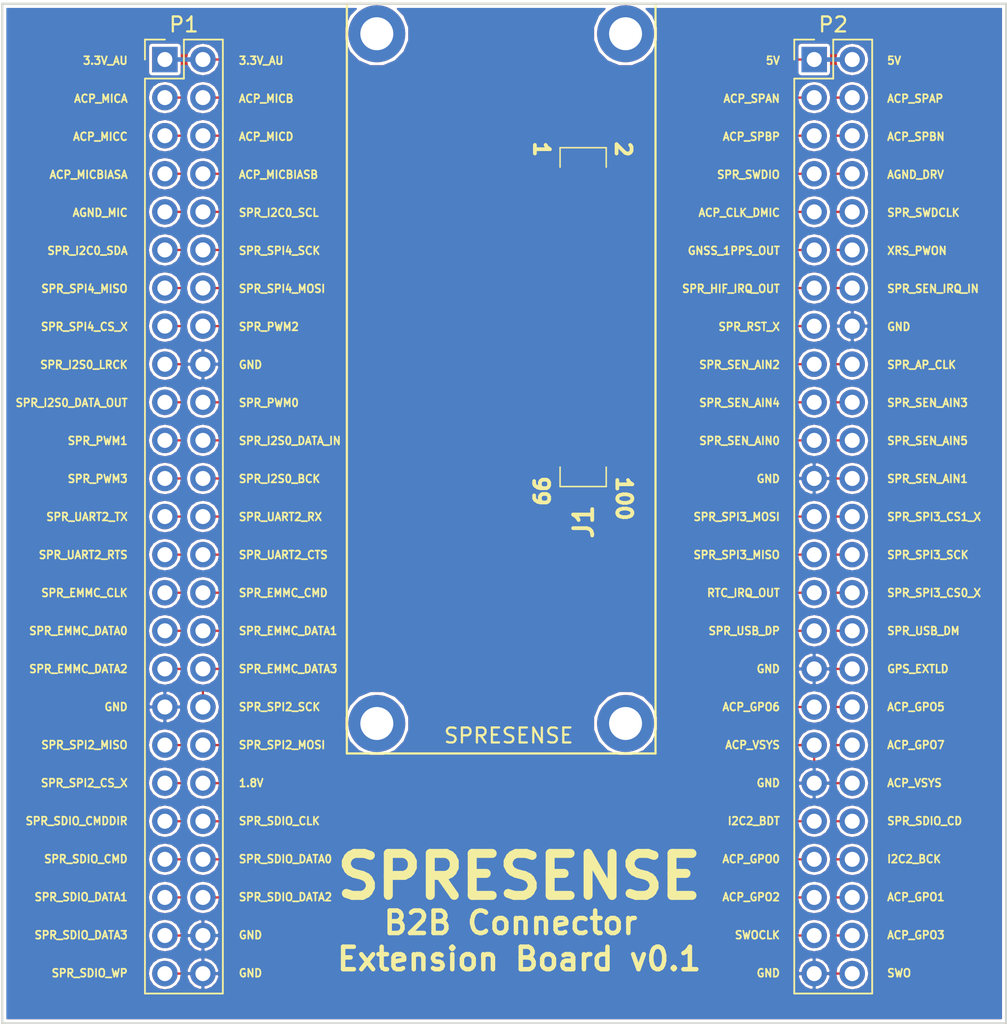
<source format=kicad_pcb>
(kicad_pcb (version 4) (host pcbnew 4.0.1-stable)
  (layers (0 F.Cu signal) (31 B.Cu signal) (34 B.Paste user) (35 F.Paste user) (36 B.SilkS user) (37 F.SilkS user) (38 B.Mask user) (39 F.Mask user) (44 Edge.Cuts user))
  (net 0 "")
  (net 1 /GND)
  (net 2 /3.3V_AU)
  (net 3 /5V)
  (net 4 /ACP_MICA)
  (net 5 /ACP_SPAP)
  (net 6 /ACP_MICB)
  (net 7 /ACP_SPAN)
  (net 8 /ACP_MICC)
  (net 9 /ACP_SPBN)
  (net 10 /ACP_MICD)
  (net 11 /ACP_SPBP)
  (net 12 /ACP_MICBIASA)
  (net 13 /ACP_MICBIASB)
  (net 14 /SPR_SWDIO)
  (net 15 /SPR_SWDCLK)
  (net 16 /SPR_I2C0_SCL)
  (net 17 /ACP_CLK_DMIC)
  (net 18 /SPR_I2C0_SDA)
  (net 19 /XRS_PWON)
  (net 20 /SPR_SPI4_SCK)
  (net 21 /GNSS_1PPS_OUT)
  (net 22 /SPR_SPI4_MISO)
  (net 23 /SPR_SEN_IRQ_IN)
  (net 24 /SPR_SPI4_MOSI)
  (net 25 /SPR_HIF_IRQ_OUT)
  (net 26 /SPR_SPI4_CS_X)
  (net 27 /SPR_PWM2)
  (net 28 /SPR_RST_X)
  (net 29 /SPR_I2S0_LRCK)
  (net 30 /SPR_AP_CLK)
  (net 31 /SPR_SEN_AIN2)
  (net 32 /SPR_I2S0_DATA_OUT)
  (net 33 /SPR_SEN_AIN3)
  (net 34 /SPR_PWM0)
  (net 35 /SPR_SEN_AIN4)
  (net 36 /SPR_PWM1)
  (net 37 /SPR_SEN_AIN5)
  (net 38 /SPR_I2S0_DATA_IN)
  (net 39 /SPR_SEN_AIN0)
  (net 40 /SPR_PWM3)
  (net 41 /SPR_SEN_AIN1)
  (net 42 /SPR_I2S0_BCK)
  (net 43 /SPR_UART2_TX)
  (net 44 /SPR_SPI3_CS1_X)
  (net 45 /SPR_UART2_RX)
  (net 46 /SPR_SPI3_MOSI)
  (net 47 /SPR_UART2_RTS)
  (net 48 /SPR_SPI3_SCK)
  (net 49 /SPR_UART2_CTS)
  (net 50 /SPR_SPI3_MISO)
  (net 51 /SPR_EMMC_CLK)
  (net 52 /SPR_SPI3_CS0_X)
  (net 53 /SPR_EMMC_CMD)
  (net 54 /RTC_IRQ_OUT)
  (net 55 /SPR_EMMC_DATA0)
  (net 56 /SPR_USB_DM)
  (net 57 /SPR_EMMC_DATA1)
  (net 58 /SPR_USB_DP)
  (net 59 /SPR_EMMC_DATA2)
  (net 60 /GPS_EXTLD)
  (net 61 /SPR_EMMC_DATA3)
  (net 62 /ACP_GPO5)
  (net 63 /SPR_SPI2_SCK)
  (net 64 /ACP_GPO6)
  (net 65 /SPR_SPI2_MISO)
  (net 66 /ACP_GPO7)
  (net 67 /SPR_SPI2_MOSI)
  (net 68 /ACP_VSYS)
  (net 69 /SPR_SPI2_CS_X)
  (net 70 /1.8V)
  (net 71 /SPR_SDIO_CMDDIR)
  (net 72 /SPR_SDIO_CD)
  (net 73 /SPR_SDIO_CLK)
  (net 74 /I2C2_BDT)
  (net 75 /SPR_SDIO_CMD)
  (net 76 /I2C2_BCK)
  (net 77 /SPR_SDIO_DATA0)
  (net 78 /ACP_GPO0)
  (net 79 /SPR_SDIO_DATA1)
  (net 80 /ACP_GPO1)
  (net 81 /SPR_SDIO_DATA2)
  (net 82 /ACP_GPO2)
  (net 83 /SPR_SDIO_DATA3)
  (net 84 /ACP_GPO3)
  (net 85 /SWOCLK)
  (net 86 /SPR_SDIO_WP)
  (net 87 /SWO)
  (net 88 /AGND_DRV)
  (net 89 /AGND_MIC)
  (module Pin_Headers:Pin_Header_Straight_2x25_Pitch2.54mm (layer F.Cu) (at 114.404 68.02)
    (fp_text reference P1 (at 1.27 -2.33) (layer F.SilkS))
    (fp_text value CONN_02X25)
    (pad 1 thru_hole rect (at 0 0) (size 1.7 1.7) (drill 1) (layers *.Cu *.Mask) (net 2 /3.3V_AU))
    (pad 2 thru_hole oval (at 2.54 0) (size 1.7 1.7) (drill 1) (layers *.Cu *.Mask) (net 2 /3.3V_AU))
    (pad 3 thru_hole oval (at 0 2.54) (size 1.7 1.7) (drill 1) (layers *.Cu *.Mask) (net 4 /ACP_MICA))
    (pad 4 thru_hole oval (at 2.54 2.54) (size 1.7 1.7) (drill 1) (layers *.Cu *.Mask) (net 6 /ACP_MICB))
    (pad 5 thru_hole oval (at 0 5.08) (size 1.7 1.7) (drill 1) (layers *.Cu *.Mask) (net 8 /ACP_MICC))
    (pad 6 thru_hole oval (at 2.54 5.08) (size 1.7 1.7) (drill 1) (layers *.Cu *.Mask) (net 10 /ACP_MICD))
    (pad 7 thru_hole oval (at 0 7.62) (size 1.7 1.7) (drill 1) (layers *.Cu *.Mask) (net 12 /ACP_MICBIASA))
    (pad 8 thru_hole oval (at 2.54 7.62) (size 1.7 1.7) (drill 1) (layers *.Cu *.Mask) (net 13 /ACP_MICBIASB))
    (pad 9 thru_hole oval (at 0 10.16) (size 1.7 1.7) (drill 1) (layers *.Cu *.Mask) (net 89 /AGND_MIC))
    (pad 10 thru_hole oval (at 2.54 10.16) (size 1.7 1.7) (drill 1) (layers *.Cu *.Mask) (net 16 /SPR_I2C0_SCL))
    (pad 11 thru_hole oval (at 0 12.7) (size 1.7 1.7) (drill 1) (layers *.Cu *.Mask) (net 18 /SPR_I2C0_SDA))
    (pad 12 thru_hole oval (at 2.54 12.7) (size 1.7 1.7) (drill 1) (layers *.Cu *.Mask) (net 20 /SPR_SPI4_SCK))
    (pad 13 thru_hole oval (at 0 15.24) (size 1.7 1.7) (drill 1) (layers *.Cu *.Mask) (net 22 /SPR_SPI4_MISO))
    (pad 14 thru_hole oval (at 2.54 15.24) (size 1.7 1.7) (drill 1) (layers *.Cu *.Mask) (net 24 /SPR_SPI4_MOSI))
    (pad 15 thru_hole oval (at 0 17.78) (size 1.7 1.7) (drill 1) (layers *.Cu *.Mask) (net 26 /SPR_SPI4_CS_X))
    (pad 16 thru_hole oval (at 2.54 17.78) (size 1.7 1.7) (drill 1) (layers *.Cu *.Mask) (net 27 /SPR_PWM2))
    (pad 17 thru_hole oval (at 0 20.32) (size 1.7 1.7) (drill 1) (layers *.Cu *.Mask) (net 29 /SPR_I2S0_LRCK))
    (pad 18 thru_hole oval (at 2.54 20.32) (size 1.7 1.7) (drill 1) (layers *.Cu *.Mask) (net 1 /GND))
    (pad 19 thru_hole oval (at 0 22.86) (size 1.7 1.7) (drill 1) (layers *.Cu *.Mask) (net 32 /SPR_I2S0_DATA_OUT))
    (pad 20 thru_hole oval (at 2.54 22.86) (size 1.7 1.7) (drill 1) (layers *.Cu *.Mask) (net 34 /SPR_PWM0))
    (pad 21 thru_hole oval (at 0 25.4) (size 1.7 1.7) (drill 1) (layers *.Cu *.Mask) (net 36 /SPR_PWM1))
    (pad 22 thru_hole oval (at 2.54 25.4) (size 1.7 1.7) (drill 1) (layers *.Cu *.Mask) (net 38 /SPR_I2S0_DATA_IN))
    (pad 23 thru_hole oval (at 0 27.94) (size 1.7 1.7) (drill 1) (layers *.Cu *.Mask) (net 40 /SPR_PWM3))
    (pad 24 thru_hole oval (at 2.54 27.94) (size 1.7 1.7) (drill 1) (layers *.Cu *.Mask) (net 42 /SPR_I2S0_BCK))
    (pad 25 thru_hole oval (at 0 30.48) (size 1.7 1.7) (drill 1) (layers *.Cu *.Mask) (net 43 /SPR_UART2_TX))
    (pad 26 thru_hole oval (at 2.54 30.48) (size 1.7 1.7) (drill 1) (layers *.Cu *.Mask) (net 45 /SPR_UART2_RX))
    (pad 27 thru_hole oval (at 0 33.02) (size 1.7 1.7) (drill 1) (layers *.Cu *.Mask) (net 47 /SPR_UART2_RTS))
    (pad 28 thru_hole oval (at 2.54 33.02) (size 1.7 1.7) (drill 1) (layers *.Cu *.Mask) (net 49 /SPR_UART2_CTS))
    (pad 29 thru_hole oval (at 0 35.56) (size 1.7 1.7) (drill 1) (layers *.Cu *.Mask) (net 51 /SPR_EMMC_CLK))
    (pad 30 thru_hole oval (at 2.54 35.56) (size 1.7 1.7) (drill 1) (layers *.Cu *.Mask) (net 53 /SPR_EMMC_CMD))
    (pad 31 thru_hole oval (at 0 38.1) (size 1.7 1.7) (drill 1) (layers *.Cu *.Mask) (net 55 /SPR_EMMC_DATA0))
    (pad 32 thru_hole oval (at 2.54 38.1) (size 1.7 1.7) (drill 1) (layers *.Cu *.Mask) (net 57 /SPR_EMMC_DATA1))
    (pad 33 thru_hole oval (at 0 40.64) (size 1.7 1.7) (drill 1) (layers *.Cu *.Mask) (net 59 /SPR_EMMC_DATA2))
    (pad 34 thru_hole oval (at 2.54 40.64) (size 1.7 1.7) (drill 1) (layers *.Cu *.Mask) (net 61 /SPR_EMMC_DATA3))
    (pad 35 thru_hole oval (at 0 43.18) (size 1.7 1.7) (drill 1) (layers *.Cu *.Mask) (net 1 /GND))
    (pad 36 thru_hole oval (at 2.54 43.18) (size 1.7 1.7) (drill 1) (layers *.Cu *.Mask) (net 63 /SPR_SPI2_SCK))
    (pad 37 thru_hole oval (at 0 45.72) (size 1.7 1.7) (drill 1) (layers *.Cu *.Mask) (net 65 /SPR_SPI2_MISO))
    (pad 38 thru_hole oval (at 2.54 45.72) (size 1.7 1.7) (drill 1) (layers *.Cu *.Mask) (net 67 /SPR_SPI2_MOSI))
    (pad 39 thru_hole oval (at 0 48.26) (size 1.7 1.7) (drill 1) (layers *.Cu *.Mask) (net 69 /SPR_SPI2_CS_X))
    (pad 40 thru_hole oval (at 2.54 48.26) (size 1.7 1.7) (drill 1) (layers *.Cu *.Mask) (net 70 /1.8V))
    (pad 41 thru_hole oval (at 0 50.8) (size 1.7 1.7) (drill 1) (layers *.Cu *.Mask) (net 71 /SPR_SDIO_CMDDIR))
    (pad 42 thru_hole oval (at 2.54 50.8) (size 1.7 1.7) (drill 1) (layers *.Cu *.Mask) (net 73 /SPR_SDIO_CLK))
    (pad 43 thru_hole oval (at 0 53.34) (size 1.7 1.7) (drill 1) (layers *.Cu *.Mask) (net 75 /SPR_SDIO_CMD))
    (pad 44 thru_hole oval (at 2.54 53.34) (size 1.7 1.7) (drill 1) (layers *.Cu *.Mask) (net 77 /SPR_SDIO_DATA0))
    (pad 45 thru_hole oval (at 0 55.88) (size 1.7 1.7) (drill 1) (layers *.Cu *.Mask) (net 79 /SPR_SDIO_DATA1))
    (pad 46 thru_hole oval (at 2.54 55.88) (size 1.7 1.7) (drill 1) (layers *.Cu *.Mask) (net 81 /SPR_SDIO_DATA2))
    (pad 47 thru_hole oval (at 0 58.42) (size 1.7 1.7) (drill 1) (layers *.Cu *.Mask) (net 83 /SPR_SDIO_DATA3))
    (pad 48 thru_hole oval (at 2.54 58.42) (size 1.7 1.7) (drill 1) (layers *.Cu *.Mask) (net 1 /GND))
    (pad 49 thru_hole oval (at 0 60.96) (size 1.7 1.7) (drill 1) (layers *.Cu *.Mask) (net 86 /SPR_SDIO_WP))
    (pad 50 thru_hole oval (at 2.54 60.96) (size 1.7 1.7) (drill 1) (layers *.Cu *.Mask) (net 1 /GND))
  )
  (module Pin_Headers:Pin_Header_Straight_2x25_Pitch2.54mm (layer F.Cu) (at 157.74 68.02)
    (fp_text reference P2 (at 1.27 -2.33) (layer F.SilkS))
    (fp_text value CONN_02X25)
    (pad 1 thru_hole rect (at 0 0) (size 1.7 1.7) (drill 1) (layers *.Cu *.Mask) (net 3 /5V))
    (pad 2 thru_hole oval (at 2.54 0) (size 1.7 1.7) (drill 1) (layers *.Cu *.Mask) (net 3 /5V))
    (pad 3 thru_hole oval (at 0 2.54) (size 1.7 1.7) (drill 1) (layers *.Cu *.Mask) (net 7 /ACP_SPAN))
    (pad 4 thru_hole oval (at 2.54 2.54) (size 1.7 1.7) (drill 1) (layers *.Cu *.Mask) (net 5 /ACP_SPAP))
    (pad 5 thru_hole oval (at 0 5.08) (size 1.7 1.7) (drill 1) (layers *.Cu *.Mask) (net 11 /ACP_SPBP))
    (pad 6 thru_hole oval (at 2.54 5.08) (size 1.7 1.7) (drill 1) (layers *.Cu *.Mask) (net 9 /ACP_SPBN))
    (pad 7 thru_hole oval (at 0 7.62) (size 1.7 1.7) (drill 1) (layers *.Cu *.Mask) (net 14 /SPR_SWDIO))
    (pad 8 thru_hole oval (at 2.54 7.62) (size 1.7 1.7) (drill 1) (layers *.Cu *.Mask) (net 88 /AGND_DRV))
    (pad 9 thru_hole oval (at 0 10.16) (size 1.7 1.7) (drill 1) (layers *.Cu *.Mask) (net 17 /ACP_CLK_DMIC))
    (pad 10 thru_hole oval (at 2.54 10.16) (size 1.7 1.7) (drill 1) (layers *.Cu *.Mask) (net 15 /SPR_SWDCLK))
    (pad 11 thru_hole oval (at 0 12.7) (size 1.7 1.7) (drill 1) (layers *.Cu *.Mask) (net 21 /GNSS_1PPS_OUT))
    (pad 12 thru_hole oval (at 2.54 12.7) (size 1.7 1.7) (drill 1) (layers *.Cu *.Mask) (net 19 /XRS_PWON))
    (pad 13 thru_hole oval (at 0 15.24) (size 1.7 1.7) (drill 1) (layers *.Cu *.Mask) (net 25 /SPR_HIF_IRQ_OUT))
    (pad 14 thru_hole oval (at 2.54 15.24) (size 1.7 1.7) (drill 1) (layers *.Cu *.Mask) (net 23 /SPR_SEN_IRQ_IN))
    (pad 15 thru_hole oval (at 0 17.78) (size 1.7 1.7) (drill 1) (layers *.Cu *.Mask) (net 28 /SPR_RST_X))
    (pad 16 thru_hole oval (at 2.54 17.78) (size 1.7 1.7) (drill 1) (layers *.Cu *.Mask) (net 1 /GND))
    (pad 17 thru_hole oval (at 0 20.32) (size 1.7 1.7) (drill 1) (layers *.Cu *.Mask) (net 31 /SPR_SEN_AIN2))
    (pad 18 thru_hole oval (at 2.54 20.32) (size 1.7 1.7) (drill 1) (layers *.Cu *.Mask) (net 30 /SPR_AP_CLK))
    (pad 19 thru_hole oval (at 0 22.86) (size 1.7 1.7) (drill 1) (layers *.Cu *.Mask) (net 35 /SPR_SEN_AIN4))
    (pad 20 thru_hole oval (at 2.54 22.86) (size 1.7 1.7) (drill 1) (layers *.Cu *.Mask) (net 33 /SPR_SEN_AIN3))
    (pad 21 thru_hole oval (at 0 25.4) (size 1.7 1.7) (drill 1) (layers *.Cu *.Mask) (net 39 /SPR_SEN_AIN0))
    (pad 22 thru_hole oval (at 2.54 25.4) (size 1.7 1.7) (drill 1) (layers *.Cu *.Mask) (net 37 /SPR_SEN_AIN5))
    (pad 23 thru_hole oval (at 0 27.94) (size 1.7 1.7) (drill 1) (layers *.Cu *.Mask) (net 1 /GND))
    (pad 24 thru_hole oval (at 2.54 27.94) (size 1.7 1.7) (drill 1) (layers *.Cu *.Mask) (net 41 /SPR_SEN_AIN1))
    (pad 25 thru_hole oval (at 0 30.48) (size 1.7 1.7) (drill 1) (layers *.Cu *.Mask) (net 46 /SPR_SPI3_MOSI))
    (pad 26 thru_hole oval (at 2.54 30.48) (size 1.7 1.7) (drill 1) (layers *.Cu *.Mask) (net 44 /SPR_SPI3_CS1_X))
    (pad 27 thru_hole oval (at 0 33.02) (size 1.7 1.7) (drill 1) (layers *.Cu *.Mask) (net 50 /SPR_SPI3_MISO))
    (pad 28 thru_hole oval (at 2.54 33.02) (size 1.7 1.7) (drill 1) (layers *.Cu *.Mask) (net 48 /SPR_SPI3_SCK))
    (pad 29 thru_hole oval (at 0 35.56) (size 1.7 1.7) (drill 1) (layers *.Cu *.Mask) (net 54 /RTC_IRQ_OUT))
    (pad 30 thru_hole oval (at 2.54 35.56) (size 1.7 1.7) (drill 1) (layers *.Cu *.Mask) (net 52 /SPR_SPI3_CS0_X))
    (pad 31 thru_hole oval (at 0 38.1) (size 1.7 1.7) (drill 1) (layers *.Cu *.Mask) (net 58 /SPR_USB_DP))
    (pad 32 thru_hole oval (at 2.54 38.1) (size 1.7 1.7) (drill 1) (layers *.Cu *.Mask) (net 56 /SPR_USB_DM))
    (pad 33 thru_hole oval (at 0 40.64) (size 1.7 1.7) (drill 1) (layers *.Cu *.Mask) (net 1 /GND))
    (pad 34 thru_hole oval (at 2.54 40.64) (size 1.7 1.7) (drill 1) (layers *.Cu *.Mask) (net 60 /GPS_EXTLD))
    (pad 35 thru_hole oval (at 0 43.18) (size 1.7 1.7) (drill 1) (layers *.Cu *.Mask) (net 64 /ACP_GPO6))
    (pad 36 thru_hole oval (at 2.54 43.18) (size 1.7 1.7) (drill 1) (layers *.Cu *.Mask) (net 62 /ACP_GPO5))
    (pad 37 thru_hole oval (at 0 45.72) (size 1.7 1.7) (drill 1) (layers *.Cu *.Mask) (net 68 /ACP_VSYS))
    (pad 38 thru_hole oval (at 2.54 45.72) (size 1.7 1.7) (drill 1) (layers *.Cu *.Mask) (net 66 /ACP_GPO7))
    (pad 39 thru_hole oval (at 0 48.26) (size 1.7 1.7) (drill 1) (layers *.Cu *.Mask) (net 1 /GND))
    (pad 40 thru_hole oval (at 2.54 48.26) (size 1.7 1.7) (drill 1) (layers *.Cu *.Mask) (net 68 /ACP_VSYS))
    (pad 41 thru_hole oval (at 0 50.8) (size 1.7 1.7) (drill 1) (layers *.Cu *.Mask) (net 74 /I2C2_BDT))
    (pad 42 thru_hole oval (at 2.54 50.8) (size 1.7 1.7) (drill 1) (layers *.Cu *.Mask) (net 72 /SPR_SDIO_CD))
    (pad 43 thru_hole oval (at 0 53.34) (size 1.7 1.7) (drill 1) (layers *.Cu *.Mask) (net 78 /ACP_GPO0))
    (pad 44 thru_hole oval (at 2.54 53.34) (size 1.7 1.7) (drill 1) (layers *.Cu *.Mask) (net 76 /I2C2_BCK))
    (pad 45 thru_hole oval (at 0 55.88) (size 1.7 1.7) (drill 1) (layers *.Cu *.Mask) (net 82 /ACP_GPO2))
    (pad 46 thru_hole oval (at 2.54 55.88) (size 1.7 1.7) (drill 1) (layers *.Cu *.Mask) (net 80 /ACP_GPO1))
    (pad 47 thru_hole oval (at 0 58.42) (size 1.7 1.7) (drill 1) (layers *.Cu *.Mask) (net 85 /SWOCLK))
    (pad 48 thru_hole oval (at 2.54 58.42) (size 1.7 1.7) (drill 1) (layers *.Cu *.Mask) (net 84 /ACP_GPO3))
    (pad 49 thru_hole oval (at 0 60.96) (size 1.7 1.7) (drill 1) (layers *.Cu *.Mask) (net 1 /GND))
    (pad 50 thru_hole oval (at 2.54 60.96) (size 1.7 1.7) (drill 1) (layers *.Cu *.Mask) (net 87 /SWO))
  )
  (module Spresense:spresense (layer F.Cu) (at 126.55 64.3)
    (fp_text reference J1 (at 15.8 34.55 270) (layer F.SilkS) (effects (font (size 1.27 1.27) (thickness 0.254))))
    (fp_text value "DF40HC(3.0)-100DS-0.4V(58)" hide)
    (fp_text user SPRESENSE (at 10.8 48.81) (layer F.SilkS))
    (pad 1 smd rect (at 14.229777 11.099671 270) (size 0.2 0.7) (layers F.Cu F.Paste F.Mask) (net 2 /3.3V_AU))
    (pad 2 smd rect (at 17.309777 11.099671 270) (size 0.2 0.7) (layers F.Cu F.Paste F.Mask) (net 3 /5V))
    (pad 3 smd rect (at 14.229777 11.499671 270) (size 0.2 0.7) (layers F.Cu F.Paste F.Mask) (net 2 /3.3V_AU))
    (pad 4 smd rect (at 17.309777 11.499671 270) (size 0.2 0.7) (layers F.Cu F.Paste F.Mask) (net 3 /5V))
    (pad 5 smd rect (at 14.229777 11.899671 270) (size 0.2 0.7) (layers F.Cu F.Paste F.Mask) (net 4 /ACP_MICA))
    (pad 6 smd rect (at 17.309777 11.899671 270) (size 0.2 0.7) (layers F.Cu F.Paste F.Mask) (net 5 /ACP_SPAP))
    (pad 7 smd rect (at 14.229777 12.299671 270) (size 0.2 0.7) (layers F.Cu F.Paste F.Mask) (net 6 /ACP_MICB))
    (pad 8 smd rect (at 17.309777 12.299671 270) (size 0.2 0.7) (layers F.Cu F.Paste F.Mask) (net 7 /ACP_SPAN))
    (pad 9 smd rect (at 14.229777 12.699671 270) (size 0.2 0.7) (layers F.Cu F.Paste F.Mask) (net 8 /ACP_MICC))
    (pad 10 smd rect (at 17.309777 12.699671 270) (size 0.2 0.7) (layers F.Cu F.Paste F.Mask) (net 9 /ACP_SPBN))
    (pad 11 smd rect (at 14.229777 13.099671 270) (size 0.2 0.7) (layers F.Cu F.Paste F.Mask) (net 10 /ACP_MICD))
    (pad 12 smd rect (at 17.309777 13.099671 270) (size 0.2 0.7) (layers F.Cu F.Paste F.Mask) (net 11 /ACP_SPBP))
    (pad 13 smd rect (at 14.229777 13.499671 270) (size 0.2 0.7) (layers F.Cu F.Paste F.Mask) (net 12 /ACP_MICBIASA))
    (pad 14 smd rect (at 17.309777 13.499671 270) (size 0.2 0.7) (layers F.Cu F.Paste F.Mask) (net 88 /AGND_DRV))
    (pad 15 smd rect (at 14.229777 13.899671 270) (size 0.2 0.7) (layers F.Cu F.Paste F.Mask) (net 13 /ACP_MICBIASB))
    (pad 16 smd rect (at 17.309777 13.899671 270) (size 0.2 0.7) (layers F.Cu F.Paste F.Mask) (net 14 /SPR_SWDIO))
    (pad 17 smd rect (at 14.229777 14.299671 270) (size 0.2 0.7) (layers F.Cu F.Paste F.Mask) (net 89 /AGND_MIC))
    (pad 18 smd rect (at 17.309777 14.299671 270) (size 0.2 0.7) (layers F.Cu F.Paste F.Mask) (net 15 /SPR_SWDCLK))
    (pad 19 smd rect (at 14.229777 14.699671 270) (size 0.2 0.7) (layers F.Cu F.Paste F.Mask) (net 16 /SPR_I2C0_SCL))
    (pad 20 smd rect (at 17.309777 14.699671 270) (size 0.2 0.7) (layers F.Cu F.Paste F.Mask) (net 17 /ACP_CLK_DMIC))
    (pad 21 smd rect (at 14.229777 15.099671 270) (size 0.2 0.7) (layers F.Cu F.Paste F.Mask) (net 18 /SPR_I2C0_SDA))
    (pad 22 smd rect (at 17.309777 15.099671 270) (size 0.2 0.7) (layers F.Cu F.Paste F.Mask) (net 19 /XRS_PWON))
    (pad 23 smd rect (at 14.229777 15.499671 270) (size 0.2 0.7) (layers F.Cu F.Paste F.Mask) (net 20 /SPR_SPI4_SCK))
    (pad 24 smd rect (at 17.309777 15.499671 270) (size 0.2 0.7) (layers F.Cu F.Paste F.Mask) (net 21 /GNSS_1PPS_OUT))
    (pad 25 smd rect (at 14.229777 15.899671 270) (size 0.2 0.7) (layers F.Cu F.Paste F.Mask) (net 22 /SPR_SPI4_MISO))
    (pad 26 smd rect (at 17.309777 15.899671 270) (size 0.2 0.7) (layers F.Cu F.Paste F.Mask) (net 23 /SPR_SEN_IRQ_IN))
    (pad 27 smd rect (at 14.229777 16.299671 270) (size 0.2 0.7) (layers F.Cu F.Paste F.Mask) (net 24 /SPR_SPI4_MOSI))
    (pad 28 smd rect (at 17.309777 16.299671 270) (size 0.2 0.7) (layers F.Cu F.Paste F.Mask) (net 25 /SPR_HIF_IRQ_OUT))
    (pad 29 smd rect (at 14.229777 16.699671 270) (size 0.2 0.7) (layers F.Cu F.Paste F.Mask) (net 26 /SPR_SPI4_CS_X))
    (pad 30 smd rect (at 17.309777 16.699671 270) (size 0.2 0.7) (layers F.Cu F.Paste F.Mask) (net 1 /GND))
    (pad 31 smd rect (at 14.229777 17.099671 270) (size 0.2 0.7) (layers F.Cu F.Paste F.Mask) (net 27 /SPR_PWM2))
    (pad 32 smd rect (at 17.309777 17.099671 270) (size 0.2 0.7) (layers F.Cu F.Paste F.Mask) (net 28 /SPR_RST_X))
    (pad 33 smd rect (at 14.229777 17.499671 270) (size 0.2 0.7) (layers F.Cu F.Paste F.Mask) (net 29 /SPR_I2S0_LRCK))
    (pad 34 smd rect (at 17.309777 17.499671 270) (size 0.2 0.7) (layers F.Cu F.Paste F.Mask) (net 30 /SPR_AP_CLK))
    (pad 35 smd rect (at 14.229777 17.899671 270) (size 0.2 0.7) (layers F.Cu F.Paste F.Mask) (net 1 /GND))
    (pad 36 smd rect (at 17.309777 17.899671 270) (size 0.2 0.7) (layers F.Cu F.Paste F.Mask) (net 31 /SPR_SEN_AIN2))
    (pad 37 smd rect (at 14.229777 18.299671 270) (size 0.2 0.7) (layers F.Cu F.Paste F.Mask) (net 32 /SPR_I2S0_DATA_OUT))
    (pad 38 smd rect (at 17.309777 18.299671 270) (size 0.2 0.7) (layers F.Cu F.Paste F.Mask) (net 33 /SPR_SEN_AIN3))
    (pad 39 smd rect (at 14.229777 18.699671 270) (size 0.2 0.7) (layers F.Cu F.Paste F.Mask) (net 34 /SPR_PWM0))
    (pad 40 smd rect (at 17.309777 18.699671 270) (size 0.2 0.7) (layers F.Cu F.Paste F.Mask) (net 35 /SPR_SEN_AIN4))
    (pad 41 smd rect (at 14.229777 19.099671 270) (size 0.2 0.7) (layers F.Cu F.Paste F.Mask) (net 36 /SPR_PWM1))
    (pad 42 smd rect (at 17.309777 19.099671 270) (size 0.2 0.7) (layers F.Cu F.Paste F.Mask) (net 37 /SPR_SEN_AIN5))
    (pad 43 smd rect (at 14.229777 19.499671 270) (size 0.2 0.7) (layers F.Cu F.Paste F.Mask) (net 38 /SPR_I2S0_DATA_IN))
    (pad 44 smd rect (at 17.309777 19.499671 270) (size 0.2 0.7) (layers F.Cu F.Paste F.Mask) (net 39 /SPR_SEN_AIN0))
    (pad 45 smd rect (at 14.229777 19.899671 270) (size 0.2 0.7) (layers F.Cu F.Paste F.Mask) (net 40 /SPR_PWM3))
    (pad 46 smd rect (at 17.309777 19.899671 270) (size 0.2 0.7) (layers F.Cu F.Paste F.Mask) (net 41 /SPR_SEN_AIN1))
    (pad 47 smd rect (at 14.229777 20.299671 270) (size 0.2 0.7) (layers F.Cu F.Paste F.Mask) (net 42 /SPR_I2S0_BCK))
    (pad 48 smd rect (at 17.309777 20.299671 270) (size 0.2 0.7) (layers F.Cu F.Paste F.Mask) (net 1 /GND))
    (pad 49 smd rect (at 14.229777 20.699671 270) (size 0.2 0.7) (layers F.Cu F.Paste F.Mask) (net 43 /SPR_UART2_TX))
    (pad 50 smd rect (at 17.309777 20.699671 270) (size 0.2 0.7) (layers F.Cu F.Paste F.Mask) (net 44 /SPR_SPI3_CS1_X))
    (pad 51 smd rect (at 14.229777 21.099671 270) (size 0.2 0.7) (layers F.Cu F.Paste F.Mask) (net 45 /SPR_UART2_RX))
    (pad 52 smd rect (at 17.309777 21.099671 270) (size 0.2 0.7) (layers F.Cu F.Paste F.Mask) (net 46 /SPR_SPI3_MOSI))
    (pad 53 smd rect (at 14.229777 21.499671 270) (size 0.2 0.7) (layers F.Cu F.Paste F.Mask) (net 47 /SPR_UART2_RTS))
    (pad 54 smd rect (at 17.309777 21.499671 270) (size 0.2 0.7) (layers F.Cu F.Paste F.Mask) (net 48 /SPR_SPI3_SCK))
    (pad 55 smd rect (at 14.229777 21.899671 270) (size 0.2 0.7) (layers F.Cu F.Paste F.Mask) (net 49 /SPR_UART2_CTS))
    (pad 56 smd rect (at 17.309777 21.899671 270) (size 0.2 0.7) (layers F.Cu F.Paste F.Mask) (net 50 /SPR_SPI3_MISO))
    (pad 57 smd rect (at 14.229777 22.299671 270) (size 0.2 0.7) (layers F.Cu F.Paste F.Mask) (net 51 /SPR_EMMC_CLK))
    (pad 58 smd rect (at 17.309777 22.299671 270) (size 0.2 0.7) (layers F.Cu F.Paste F.Mask) (net 52 /SPR_SPI3_CS0_X))
    (pad 59 smd rect (at 14.229777 22.699671 270) (size 0.2 0.7) (layers F.Cu F.Paste F.Mask) (net 53 /SPR_EMMC_CMD))
    (pad 60 smd rect (at 17.309777 22.699671 270) (size 0.2 0.7) (layers F.Cu F.Paste F.Mask) (net 54 /RTC_IRQ_OUT))
    (pad 61 smd rect (at 14.229777 23.099671 270) (size 0.2 0.7) (layers F.Cu F.Paste F.Mask) (net 55 /SPR_EMMC_DATA0))
    (pad 62 smd rect (at 17.309777 23.099671 270) (size 0.2 0.7) (layers F.Cu F.Paste F.Mask) (net 56 /SPR_USB_DM))
    (pad 63 smd rect (at 14.229777 23.499671 270) (size 0.2 0.7) (layers F.Cu F.Paste F.Mask) (net 57 /SPR_EMMC_DATA1))
    (pad 64 smd rect (at 17.309777 23.499671 270) (size 0.2 0.7) (layers F.Cu F.Paste F.Mask) (net 58 /SPR_USB_DP))
    (pad 65 smd rect (at 14.229777 23.899671 270) (size 0.2 0.7) (layers F.Cu F.Paste F.Mask) (net 59 /SPR_EMMC_DATA2))
    (pad 66 smd rect (at 17.309777 23.899671 270) (size 0.2 0.7) (layers F.Cu F.Paste F.Mask) (net 60 /GPS_EXTLD))
    (pad 67 smd rect (at 14.229777 24.299671 270) (size 0.2 0.7) (layers F.Cu F.Paste F.Mask) (net 61 /SPR_EMMC_DATA3))
    (pad 68 smd rect (at 17.309777 24.299671 270) (size 0.2 0.7) (layers F.Cu F.Paste F.Mask) (net 1 /GND))
    (pad 69 smd rect (at 14.229777 24.699671 270) (size 0.2 0.7) (layers F.Cu F.Paste F.Mask) (net 1 /GND))
    (pad 70 smd rect (at 17.309777 24.699671 270) (size 0.2 0.7) (layers F.Cu F.Paste F.Mask) (net 62 /ACP_GPO5))
    (pad 71 smd rect (at 14.229777 25.099671 270) (size 0.2 0.7) (layers F.Cu F.Paste F.Mask) (net 63 /SPR_SPI2_SCK))
    (pad 72 smd rect (at 17.309777 25.099671 270) (size 0.2 0.7) (layers F.Cu F.Paste F.Mask) (net 64 /ACP_GPO6))
    (pad 73 smd rect (at 14.229777 25.499671 270) (size 0.2 0.7) (layers F.Cu F.Paste F.Mask) (net 65 /SPR_SPI2_MISO))
    (pad 74 smd rect (at 17.309777 25.499671 270) (size 0.2 0.7) (layers F.Cu F.Paste F.Mask) (net 66 /ACP_GPO7))
    (pad 75 smd rect (at 14.229777 25.899671 270) (size 0.2 0.7) (layers F.Cu F.Paste F.Mask) (net 67 /SPR_SPI2_MOSI))
    (pad 76 smd rect (at 17.309777 25.899671 270) (size 0.2 0.7) (layers F.Cu F.Paste F.Mask) (net 68 /ACP_VSYS))
    (pad 77 smd rect (at 14.229777 26.299671 270) (size 0.2 0.7) (layers F.Cu F.Paste F.Mask) (net 69 /SPR_SPI2_CS_X))
    (pad 78 smd rect (at 17.309777 26.299671 270) (size 0.2 0.7) (layers F.Cu F.Paste F.Mask) (net 68 /ACP_VSYS))
    (pad 79 smd rect (at 14.229777 26.699671 270) (size 0.2 0.7) (layers F.Cu F.Paste F.Mask) (net 70 /1.8V))
    (pad 80 smd rect (at 17.309777 26.699671 270) (size 0.2 0.7) (layers F.Cu F.Paste F.Mask) (net 1 /GND))
    (pad 81 smd rect (at 14.229777 27.099671 270) (size 0.2 0.7) (layers F.Cu F.Paste F.Mask) (net 71 /SPR_SDIO_CMDDIR))
    (pad 82 smd rect (at 17.309777 27.099671 270) (size 0.2 0.7) (layers F.Cu F.Paste F.Mask) (net 72 /SPR_SDIO_CD))
    (pad 83 smd rect (at 14.229777 27.499671 270) (size 0.2 0.7) (layers F.Cu F.Paste F.Mask) (net 73 /SPR_SDIO_CLK))
    (pad 84 smd rect (at 17.309777 27.499671 270) (size 0.2 0.7) (layers F.Cu F.Paste F.Mask) (net 74 /I2C2_BDT))
    (pad 85 smd rect (at 14.229777 27.899671 270) (size 0.2 0.7) (layers F.Cu F.Paste F.Mask) (net 75 /SPR_SDIO_CMD))
    (pad 86 smd rect (at 17.309777 27.899671 270) (size 0.2 0.7) (layers F.Cu F.Paste F.Mask) (net 76 /I2C2_BCK))
    (pad 87 smd rect (at 14.229777 28.299671 270) (size 0.2 0.7) (layers F.Cu F.Paste F.Mask) (net 77 /SPR_SDIO_DATA0))
    (pad 88 smd rect (at 17.309777 28.299671 270) (size 0.2 0.7) (layers F.Cu F.Paste F.Mask) (net 78 /ACP_GPO0))
    (pad 89 smd rect (at 14.229777 28.699671 270) (size 0.2 0.7) (layers F.Cu F.Paste F.Mask) (net 79 /SPR_SDIO_DATA1))
    (pad 90 smd rect (at 17.309777 28.699671 270) (size 0.2 0.7) (layers F.Cu F.Paste F.Mask) (net 80 /ACP_GPO1))
    (pad 91 smd rect (at 14.229777 29.099671 270) (size 0.2 0.7) (layers F.Cu F.Paste F.Mask) (net 81 /SPR_SDIO_DATA2))
    (pad 92 smd rect (at 17.309777 29.099671 270) (size 0.2 0.7) (layers F.Cu F.Paste F.Mask) (net 82 /ACP_GPO2))
    (pad 93 smd rect (at 14.229777 29.499671 270) (size 0.2 0.7) (layers F.Cu F.Paste F.Mask) (net 83 /SPR_SDIO_DATA3))
    (pad 94 smd rect (at 17.309777 29.499671 270) (size 0.2 0.7) (layers F.Cu F.Paste F.Mask) (net 84 /ACP_GPO3))
    (pad 95 smd rect (at 14.229777 29.899671 270) (size 0.2 0.7) (layers F.Cu F.Paste F.Mask) (net 1 /GND))
    (pad 96 smd rect (at 17.309777 29.899671 270) (size 0.2 0.7) (layers F.Cu F.Paste F.Mask) (net 85 /SWOCLK))
    (pad 97 smd rect (at 14.229777 30.299671 270) (size 0.2 0.7) (layers F.Cu F.Paste F.Mask) (net 86 /SPR_SDIO_WP))
    (pad 98 smd rect (at 17.309777 30.299671 270) (size 0.2 0.7) (layers F.Cu F.Paste F.Mask) (net 87 /SWO))
    (pad 99 smd rect (at 14.229777 30.699671 270) (size 0.2 0.7) (layers F.Cu F.Paste F.Mask) (net 1 /GND))
    (pad 100 smd rect (at 17.309777 30.699671 270) (size 0.2 0.7) (layers F.Cu F.Paste F.Mask) (net 1 /GND))
  )
  (module Mounting_Holes:MountingHole_2.2mm_M2_DIN965_Pad (layer F.Cu) (at 145.15 66.3)
    (fp_text reference REF2** hide)
    (fp_text value MountingHole_2.2mm_M2_DIN965_Pad)
    (pad 1 thru_hole circle (at 0 0) (size 3.8 3.8) (drill 2.2) (layers *.Cu *.Mask))
  )
  (module Mounting_Holes:MountingHole_2.2mm_M2_DIN965_Pad (layer F.Cu) (at 128.55 66.3)
    (fp_text reference REF1** hide)
    (fp_text value MountingHole_2.2mm_M2_DIN965_Pad)
    (pad 1 thru_hole circle (at 0 0) (size 3.8 3.8) (drill 2.2) (layers *.Cu *.Mask))
  )
  (module Mounting_Holes:MountingHole_2.2mm_M2_DIN965_Pad (layer F.Cu) (at 128.55 112.3)
    (fp_text reference REF4** hide)
    (fp_text value MountingHole_2.2mm_M2_DIN965_Pad)
    (pad 1 thru_hole circle (at 0 0) (size 3.8 3.8) (drill 2.2) (layers *.Cu *.Mask))
  )
  (module Mounting_Holes:MountingHole_2.2mm_M2_DIN965_Pad (layer F.Cu) (at 145.15 112.3)
    (fp_text reference REF3** hide)
    (fp_text value MountingHole_2.2mm_M2_DIN965_Pad)
    (pad 1 thru_hole circle (at 0 0) (size 3.8 3.8) (drill 2.2) (layers *.Cu *.Mask))
  )
  (gr_line (start 170.55 132.3) (end 170.55 64.3) (angle 90) (layer Edge.Cuts) (width 0.15))
  (gr_text SPRESENSE (at 138.05 122.5) (layer F.SilkS) (effects (font (size 2.8 2.8) (thickness 0.6))))
  (gr_text 100 (at 145.05 97.3 270) (layer F.SilkS) (effects (font (size 1 1) (thickness 0.25))))
  (gr_text 99 (at 139.5 96.8 270) (layer F.SilkS) (effects (font (size 1 1) (thickness 0.25))))
  (gr_text 2 (at 145 74 270) (layer F.SilkS) (effects (font (size 1 1) (thickness 0.25))))
  (gr_text 1 (at 139.55 74 270) (layer F.SilkS) (effects (font (size 1 1) (thickness 0.25))))
  (gr_text "B2B Connector \nExtension Board v0.1" (at 138.05 126.8) (layer F.SilkS) (effects (font (size 1.5 1.5) (thickness 0.3))))
  (gr_line (start 170.55 132.3) (end 103.55 132.3) (layer Edge.Cuts) (width 0.15))
  (gr_line (start 103.55 64.3) (end 170.55 64.3) (layer Edge.Cuts) (width 0.15))
  (gr_line (start 103.55 132.3) (end 103.55 64.3) (layer Edge.Cuts) (width 0.15))
  (gr_text "5V\n\n\nACP_SPAN\n\n\nACP_SPBP\n\n\nSPR_SWDIO\n\n\nACP_CLK_DMIC\n\n\nGNSS_1PPS_OUT\n\n\nSPR_HIF_IRQ_OUT\n\n\nSPR_RST_X\n\n\nSPR_SEN_AIN2\n\n\nSPR_SEN_AIN4\n\n\nSPR_SEN_AIN0\n\n\nGND\n\n\nSPR_SPI3_MOSI\n\n\nSPR_SPI3_MISO\n\n\nRTC_IRQ_OUT\n\n\nSPR_USB_DP\n\n\nGND\n\n\nACP_GPO6\n\n\nACP_VSYS\n\n\nGND\n\n\nI2C2_BDT\n\n\nACP_GPO0\n\n\nACP_GPO2\n\n\nSWOCLK\n\n\nGND" (at 155.51 98.52) (layer F.SilkS) (effects (font (size 0.525 0.5) (thickness 0.1125)) (justify right)))
  (gr_text "5V\n\n\nACP_SPAP\n\n\nACP_SPBN\n\n\nAGND_DRV\n\n\nSPR_SWDCLK\n\n\nXRS_PWON\n\n\nSPR_SEN_IRQ_IN\n\n\nGND\n\n\nSPR_AP_CLK\n\n\nSPR_SEN_AIN3\n\n\nSPR_SEN_AIN5\n\n\nSPR_SEN_AIN1\n\n\nSPR_SPI3_CS1_X\n\n\nSPR_SPI3_SCK\n\n\nSPR_SPI3_CS0_X\n\n\nSPR_USB_DM\n\n\nGPS_EXTLD\n\n\nACP_GPO5\n\n\nACP_GPO7\n\n\nACP_VSYS\n\n\nSPR_SDIO_CD\n\n\nI2C2_BCK\n\n\nACP_GPO1\n\n\nACP_GPO3\n\n\nSWO" (at 162.55 98.52) (layer F.SilkS) (effects (font (size 0.525 0.5) (thickness 0.1125)) (justify left)))
  (gr_text "3.3V_AU\n\n\nACP_MICB\n\n\nACP_MICD\n\n\nACP_MICBIASB\n\n\nSPR_I2C0_SCL\n\n\nSPR_SPI4_SCK\n\n\nSPR_SPI4_MOSI\n\n\nSPR_PWM2\n\n\nGND\n\n\nSPR_PWM0\n\n\nSPR_I2S0_DATA_IN\n\n\nSPR_I2S0_BCK\n\n\nSPR_UART2_RX\n\n\nSPR_UART2_CTS\n\n\nSPR_EMMC_CMD\n\n\nSPR_EMMC_DATA1\n\n\nSPR_EMMC_DATA3\n\n\nSPR_SPI2_SCK\n\n\nSPR_SPI2_MOSI\n\n\n1.8V\n\n\nSPR_SDIO_CLK\n\n\nSPR_SDIO_DATA0\n\n\nSPR_SDIO_DATA2\n\n\nGND\n\n\nGND" (at 119.28 98.52) (layer F.SilkS) (effects (font (size 0.525 0.5) (thickness 0.1125)) (justify left)))
  (gr_text "3.3V_AU\n\n\nACP_MICA\n\n\nACP_MICC\n\n\nACP_MICBIASA\n\n\nAGND_MIC\n\n\nSPR_I2C0_SDA\n\n\nSPR_SPI4_MISO\n\n\nSPR_SPI4_CS_X\n\n\nSPR_I2S0_LRCK\n\n\nSPR_I2S0_DATA_OUT\n\n\nSPR_PWM1\n\n\nSPR_PWM3\n\n\nSPR_UART2_TX\n\n\nSPR_UART2_RTS\n\n\nSPR_EMMC_CLK\n\n\nSPR_EMMC_DATA0\n\n\nSPR_EMMC_DATA2\n\n\nGND\n\n\nSPR_SPI2_MISO\n\n\nSPR_SPI2_CS_X\n\n\nSPR_SDIO_CMDDIR\n\n\nSPR_SDIO_CMD\n\n\nSPR_SDIO_DATA1\n\n\nSPR_SDIO_DATA3\n\n\nSPR_SDIO_WP" (at 111.98 98.52) (layer F.SilkS) (effects (font (size 0.525 0.5) (thickness 0.1125)) (justify right)))
  (segment (start 116.944 68.02) (end 114.404 68.02) (width 0.3048) (layer B.Cu) (net 2))
  (segment (start 140.7798 75.3997) (end 140.4666 75.3997) (width 0.1524) (layer F.Cu) (net 2))
  (segment (start 140.7798 75.7997) (end 140.1533 75.7997) (width 0.1524) (layer F.Cu) (net 2))
  (segment (start 125.6303 75.5798) (end 140.1533 75.5798) (width 0.1524) (layer F.Cu) (net 2))
  (segment (start 118.0705 68.02) (end 125.6303 75.5798) (width 0.1524) (layer F.Cu) (net 2))
  (segment (start 140.3334 75.3997) (end 140.1533 75.5798) (width 0.1524) (layer F.Cu) (net 2))
  (segment (start 140.4666 75.3997) (end 140.3334 75.3997) (width 0.1524) (layer F.Cu) (net 2))
  (segment (start 140.1533 75.5798) (end 140.1533 75.7997) (width 0.1524) (layer F.Cu) (net 2))
  (segment (start 116.944 68.02) (end 118.0705 68.02) (width 0.1524) (layer F.Cu) (net 2))
  (segment (start 160.28 68.02) (end 157.74 68.02) (width 0.3048) (layer B.Cu) (net 3))
  (segment (start 143.8598 75.3997) (end 144.4863 75.3997) (width 0.1524) (layer F.Cu) (net 3))
  (segment (start 143.8598 75.7997) (end 143.8598 75.3997) (width 0.1524) (layer F.Cu) (net 3))
  (segment (start 157.74 68.02) (end 156.6135 68.02) (width 0.1524) (layer F.Cu) (net 3))
  (segment (start 149.2338 75.3997) (end 156.6135 68.02) (width 0.1524) (layer F.Cu) (net 3))
  (segment (start 144.4863 75.3997) (end 149.2338 75.3997) (width 0.1524) (layer F.Cu) (net 3))
  (segment (start 114.404 70.56) (end 115.5305 70.56) (width 0.1524) (layer F.Cu) (net 4))
  (segment (start 140.7798 76.1997) (end 140.1533 76.1997) (width 0.1524) (layer F.Cu) (net 4))
  (segment (start 124.3244 76.1997) (end 140.1533 76.1997) (width 0.1524) (layer F.Cu) (net 4))
  (segment (start 117.5514 69.4267) (end 124.3244 76.1997) (width 0.1524) (layer F.Cu) (net 4))
  (segment (start 116.3822 69.4267) (end 117.5514 69.4267) (width 0.1524) (layer F.Cu) (net 4))
  (segment (start 115.5305 70.2784) (end 116.3822 69.4267) (width 0.1524) (layer F.Cu) (net 4))
  (segment (start 115.5305 70.56) (end 115.5305 70.2784) (width 0.1524) (layer F.Cu) (net 4))
  (segment (start 143.8598 76.1997) (end 144.4863 76.1997) (width 0.1524) (layer F.Cu) (net 5))
  (segment (start 160.28 70.56) (end 159.1535 70.56) (width 0.1524) (layer F.Cu) (net 5))
  (segment (start 159.1535 70.2783) (end 159.1535 70.56) (width 0.1524) (layer F.Cu) (net 5))
  (segment (start 158.3087 69.4335) (end 159.1535 70.2783) (width 0.1524) (layer F.Cu) (net 5))
  (segment (start 156.1374 69.4335) (end 158.3087 69.4335) (width 0.1524) (layer F.Cu) (net 5))
  (segment (start 149.3712 76.1997) (end 156.1374 69.4335) (width 0.1524) (layer F.Cu) (net 5))
  (segment (start 144.4863 76.1997) (end 149.3712 76.1997) (width 0.1524) (layer F.Cu) (net 5))
  (segment (start 116.944 70.56) (end 118.0705 70.56) (width 0.1524) (layer F.Cu) (net 6))
  (segment (start 124.1102 76.5997) (end 140.7798 76.5997) (width 0.1524) (layer F.Cu) (net 6))
  (segment (start 118.0705 70.56) (end 124.1102 76.5997) (width 0.1524) (layer F.Cu) (net 6))
  (segment (start 157.74 70.56) (end 156.6135 70.56) (width 0.1524) (layer F.Cu) (net 7))
  (segment (start 155.6549 70.56) (end 156.6135 70.56) (width 0.1524) (layer F.Cu) (net 7))
  (segment (start 149.6152 76.5997) (end 155.6549 70.56) (width 0.1524) (layer F.Cu) (net 7))
  (segment (start 143.8598 76.5997) (end 149.6152 76.5997) (width 0.1524) (layer F.Cu) (net 7))
  (segment (start 114.404 73.1) (end 115.5305 73.1) (width 0.1524) (layer F.Cu) (net 8))
  (segment (start 140.7798 76.9997) (end 140.1533 76.9997) (width 0.1524) (layer F.Cu) (net 8))
  (segment (start 122.8174 76.9997) (end 140.1533 76.9997) (width 0.1524) (layer F.Cu) (net 8))
  (segment (start 117.7912 71.9735) (end 122.8174 76.9997) (width 0.1524) (layer F.Cu) (net 8))
  (segment (start 116.3753 71.9735) (end 117.7912 71.9735) (width 0.1524) (layer F.Cu) (net 8))
  (segment (start 115.5305 72.8183) (end 116.3753 71.9735) (width 0.1524) (layer F.Cu) (net 8))
  (segment (start 115.5305 73.1) (end 115.5305 72.8183) (width 0.1524) (layer F.Cu) (net 8))
  (segment (start 160.28 73.1) (end 159.1535 73.1) (width 0.1524) (layer F.Cu) (net 9))
  (segment (start 159.1535 72.8471) (end 159.1535 73.1) (width 0.1524) (layer F.Cu) (net 9))
  (segment (start 158.2799 71.9735) (end 159.1535 72.8471) (width 0.1524) (layer F.Cu) (net 9))
  (segment (start 154.7403 71.9735) (end 158.2799 71.9735) (width 0.1524) (layer F.Cu) (net 9))
  (segment (start 149.7141 76.9997) (end 154.7403 71.9735) (width 0.1524) (layer F.Cu) (net 9))
  (segment (start 143.8598 76.9997) (end 149.7141 76.9997) (width 0.1524) (layer F.Cu) (net 9))
  (segment (start 116.944 73.1) (end 118.0705 73.1) (width 0.1524) (layer F.Cu) (net 10))
  (segment (start 122.3702 77.3997) (end 140.7798 77.3997) (width 0.1524) (layer F.Cu) (net 10))
  (segment (start 118.0705 73.1) (end 122.3702 77.3997) (width 0.1524) (layer F.Cu) (net 10))
  (segment (start 157.74 73.1) (end 156.6135 73.1) (width 0.1524) (layer F.Cu) (net 11))
  (segment (start 154.1127 73.1) (end 156.6135 73.1) (width 0.1524) (layer F.Cu) (net 11))
  (segment (start 149.813 77.3997) (end 154.1127 73.1) (width 0.1524) (layer F.Cu) (net 11))
  (segment (start 143.8598 77.3997) (end 149.813 77.3997) (width 0.1524) (layer F.Cu) (net 11))
  (segment (start 114.404 75.64) (end 115.5305 75.64) (width 0.1524) (layer F.Cu) (net 12))
  (segment (start 140.7798 77.7997) (end 140.1533 77.7997) (width 0.1524) (layer F.Cu) (net 12))
  (segment (start 115.5305 75.3583) (end 115.5305 75.64) (width 0.1524) (layer F.Cu) (net 12))
  (segment (start 116.3753 74.5135) (end 115.5305 75.3583) (width 0.1524) (layer F.Cu) (net 12))
  (segment (start 118.6529 74.5135) (end 116.3753 74.5135) (width 0.1524) (layer F.Cu) (net 12))
  (segment (start 121.9391 77.7997) (end 118.6529 74.5135) (width 0.1524) (layer F.Cu) (net 12))
  (segment (start 140.1533 77.7997) (end 121.9391 77.7997) (width 0.1524) (layer F.Cu) (net 12))
  (segment (start 140.7798 78.1997) (end 140.1533 78.1997) (width 0.1524) (layer F.Cu) (net 13))
  (segment (start 119.2805 75.64) (end 116.944 75.64) (width 0.1524) (layer F.Cu) (net 13))
  (segment (start 121.8402 78.1997) (end 119.2805 75.64) (width 0.1524) (layer F.Cu) (net 13))
  (segment (start 140.1533 78.1997) (end 121.8402 78.1997) (width 0.1524) (layer F.Cu) (net 13))
  (segment (start 157.74 75.64) (end 156.6135 75.64) (width 0.1524) (layer F.Cu) (net 14))
  (segment (start 150.0108 78.1997) (end 143.8598 78.1997) (width 0.1524) (layer F.Cu) (net 14))
  (segment (start 152.5705 75.64) (end 150.0108 78.1997) (width 0.1524) (layer F.Cu) (net 14))
  (segment (start 156.6135 75.64) (end 152.5705 75.64) (width 0.1524) (layer F.Cu) (net 14))
  (segment (start 160.28 78.18) (end 159.1535 78.18) (width 0.1524) (layer F.Cu) (net 15))
  (segment (start 143.8598 78.5997) (end 144.4863 78.5997) (width 0.1524) (layer F.Cu) (net 15))
  (segment (start 150.1097 78.5997) (end 144.4863 78.5997) (width 0.1524) (layer F.Cu) (net 15))
  (segment (start 151.6595 77.0499) (end 150.1097 78.5997) (width 0.1524) (layer F.Cu) (net 15))
  (segment (start 158.3051 77.0499) (end 151.6595 77.0499) (width 0.1524) (layer F.Cu) (net 15))
  (segment (start 159.1535 77.8983) (end 158.3051 77.0499) (width 0.1524) (layer F.Cu) (net 15))
  (segment (start 159.1535 78.18) (end 159.1535 77.8983) (width 0.1524) (layer F.Cu) (net 15))
  (segment (start 116.944 78.18) (end 118.0705 78.18) (width 0.1524) (layer F.Cu) (net 16))
  (segment (start 118.8902 78.9997) (end 118.0705 78.18) (width 0.1524) (layer F.Cu) (net 16))
  (segment (start 140.7798 78.9997) (end 118.8902 78.9997) (width 0.1524) (layer F.Cu) (net 16))
  (segment (start 155.7938 78.9997) (end 156.6135 78.18) (width 0.1524) (layer F.Cu) (net 17))
  (segment (start 143.8598 78.9997) (end 155.7938 78.9997) (width 0.1524) (layer F.Cu) (net 17))
  (segment (start 157.74 78.18) (end 156.6135 78.18) (width 0.1524) (layer F.Cu) (net 17))
  (segment (start 114.404 80.72) (end 115.5305 80.72) (width 0.1524) (layer F.Cu) (net 18))
  (segment (start 140.7798 79.3997) (end 140.1533 79.3997) (width 0.1524) (layer F.Cu) (net 18))
  (segment (start 115.5305 80.5364) (end 115.5305 80.72) (width 0.1524) (layer F.Cu) (net 18))
  (segment (start 116.6672 79.3997) (end 115.5305 80.5364) (width 0.1524) (layer F.Cu) (net 18))
  (segment (start 140.1533 79.3997) (end 116.6672 79.3997) (width 0.1524) (layer F.Cu) (net 18))
  (segment (start 160.28 80.72) (end 159.1535 80.72) (width 0.1524) (layer F.Cu) (net 19))
  (segment (start 159.1535 80.4384) (end 159.1535 80.72) (width 0.1524) (layer F.Cu) (net 19))
  (segment (start 158.1148 79.3997) (end 159.1535 80.4384) (width 0.1524) (layer F.Cu) (net 19))
  (segment (start 143.8598 79.3997) (end 158.1148 79.3997) (width 0.1524) (layer F.Cu) (net 19))
  (segment (start 116.944 80.72) (end 118.0705 80.72) (width 0.1524) (layer F.Cu) (net 20))
  (segment (start 118.9908 79.7997) (end 118.0705 80.72) (width 0.1524) (layer F.Cu) (net 20))
  (segment (start 140.7798 79.7997) (end 118.9908 79.7997) (width 0.1524) (layer F.Cu) (net 20))
  (segment (start 155.6932 79.7997) (end 156.6135 80.72) (width 0.1524) (layer F.Cu) (net 21))
  (segment (start 143.8598 79.7997) (end 155.6932 79.7997) (width 0.1524) (layer F.Cu) (net 21))
  (segment (start 157.74 80.72) (end 156.6135 80.72) (width 0.1524) (layer F.Cu) (net 21))
  (segment (start 114.404 83.26) (end 115.5305 83.26) (width 0.1524) (layer F.Cu) (net 22))
  (segment (start 140.7798 80.1997) (end 140.1533 80.1997) (width 0.1524) (layer F.Cu) (net 22))
  (segment (start 115.5305 82.9783) (end 115.5305 83.26) (width 0.1524) (layer F.Cu) (net 22))
  (segment (start 116.3753 82.1335) (end 115.5305 82.9783) (width 0.1524) (layer F.Cu) (net 22))
  (segment (start 120.3901 82.1335) (end 116.3753 82.1335) (width 0.1524) (layer F.Cu) (net 22))
  (segment (start 122.3239 80.1997) (end 120.3901 82.1335) (width 0.1524) (layer F.Cu) (net 22))
  (segment (start 140.1533 80.1997) (end 122.3239 80.1997) (width 0.1524) (layer F.Cu) (net 22))
  (segment (start 159.1535 82.9783) (end 159.1535 83.26) (width 0.1524) (layer F.Cu) (net 23))
  (segment (start 158.3087 82.1335) (end 159.1535 82.9783) (width 0.1524) (layer F.Cu) (net 23))
  (segment (start 156.5966 82.1335) (end 158.3087 82.1335) (width 0.1524) (layer F.Cu) (net 23))
  (segment (start 154.6628 80.1997) (end 156.5966 82.1335) (width 0.1524) (layer F.Cu) (net 23))
  (segment (start 143.8598 80.1997) (end 154.6628 80.1997) (width 0.1524) (layer F.Cu) (net 23))
  (segment (start 160.28 83.26) (end 159.1535 83.26) (width 0.1524) (layer F.Cu) (net 23))
  (segment (start 116.944 83.26) (end 118.0705 83.26) (width 0.1524) (layer F.Cu) (net 24))
  (segment (start 140.7798 80.5997) (end 140.1533 80.5997) (width 0.1524) (layer F.Cu) (net 24))
  (segment (start 119.7625 83.26) (end 118.0705 83.26) (width 0.1524) (layer F.Cu) (net 24))
  (segment (start 122.4228 80.5997) (end 119.7625 83.26) (width 0.1524) (layer F.Cu) (net 24))
  (segment (start 140.1533 80.5997) (end 122.4228 80.5997) (width 0.1524) (layer F.Cu) (net 24))
  (segment (start 153.9532 80.5997) (end 156.6135 83.26) (width 0.1524) (layer F.Cu) (net 25))
  (segment (start 143.8598 80.5997) (end 153.9532 80.5997) (width 0.1524) (layer F.Cu) (net 25))
  (segment (start 157.74 83.26) (end 156.6135 83.26) (width 0.1524) (layer F.Cu) (net 25))
  (segment (start 114.404 85.8) (end 115.5305 85.8) (width 0.1524) (layer F.Cu) (net 26))
  (segment (start 115.5305 85.5183) (end 115.5305 85.8) (width 0.1524) (layer F.Cu) (net 26))
  (segment (start 116.3753 84.6735) (end 115.5305 85.5183) (width 0.1524) (layer F.Cu) (net 26))
  (segment (start 118.8479 84.6735) (end 116.3753 84.6735) (width 0.1524) (layer F.Cu) (net 26))
  (segment (start 122.5217 80.9997) (end 118.8479 84.6735) (width 0.1524) (layer F.Cu) (net 26))
  (segment (start 140.7798 80.9997) (end 122.5217 80.9997) (width 0.1524) (layer F.Cu) (net 26))
  (segment (start 116.944 85.8) (end 118.0705 85.8) (width 0.1524) (layer F.Cu) (net 27))
  (segment (start 140.7798 81.3997) (end 140.1533 81.3997) (width 0.1524) (layer F.Cu) (net 27))
  (segment (start 118.2203 85.8) (end 118.0705 85.8) (width 0.1524) (layer F.Cu) (net 27))
  (segment (start 122.6206 81.3997) (end 118.2203 85.8) (width 0.1524) (layer F.Cu) (net 27))
  (segment (start 140.1533 81.3997) (end 122.6206 81.3997) (width 0.1524) (layer F.Cu) (net 27))
  (segment (start 157.74 85.8) (end 156.6135 85.8) (width 0.1524) (layer F.Cu) (net 28))
  (segment (start 152.2132 81.3997) (end 156.6135 85.8) (width 0.1524) (layer F.Cu) (net 28))
  (segment (start 143.8598 81.3997) (end 152.2132 81.3997) (width 0.1524) (layer F.Cu) (net 28))
  (segment (start 114.404 88.34) (end 115.5305 88.34) (width 0.1524) (layer F.Cu) (net 29))
  (segment (start 140.7798 81.7997) (end 140.1533 81.7997) (width 0.1524) (layer F.Cu) (net 29))
  (segment (start 115.5305 88.0583) (end 115.5305 88.34) (width 0.1524) (layer F.Cu) (net 29))
  (segment (start 116.3753 87.2135) (end 115.5305 88.0583) (width 0.1524) (layer F.Cu) (net 29))
  (segment (start 117.3057 87.2135) (end 116.3753 87.2135) (width 0.1524) (layer F.Cu) (net 29))
  (segment (start 122.7195 81.7997) (end 117.3057 87.2135) (width 0.1524) (layer F.Cu) (net 29))
  (segment (start 140.1533 81.7997) (end 122.7195 81.7997) (width 0.1524) (layer F.Cu) (net 29))
  (segment (start 160.28 88.34) (end 159.1535 88.34) (width 0.1524) (layer F.Cu) (net 30))
  (segment (start 159.1535 88.0583) (end 159.1535 88.34) (width 0.1524) (layer F.Cu) (net 30))
  (segment (start 158.0853 86.9901) (end 159.1535 88.0583) (width 0.1524) (layer F.Cu) (net 30))
  (segment (start 152.5623 86.9901) (end 158.0853 86.9901) (width 0.1524) (layer F.Cu) (net 30))
  (segment (start 147.3719 81.7997) (end 152.5623 86.9901) (width 0.1524) (layer F.Cu) (net 30))
  (segment (start 143.8598 81.7997) (end 147.3719 81.7997) (width 0.1524) (layer F.Cu) (net 30))
  (segment (start 157.74 88.34) (end 156.6135 88.34) (width 0.1524) (layer F.Cu) (net 31))
  (segment (start 153.4133 88.34) (end 156.6135 88.34) (width 0.1524) (layer F.Cu) (net 31))
  (segment (start 147.273 82.1997) (end 153.4133 88.34) (width 0.1524) (layer F.Cu) (net 31))
  (segment (start 143.8598 82.1997) (end 147.273 82.1997) (width 0.1524) (layer F.Cu) (net 31))
  (segment (start 114.404 90.88) (end 115.5305 90.88) (width 0.1524) (layer F.Cu) (net 32))
  (segment (start 135.9368 82.5997) (end 140.7798 82.5997) (width 0.1524) (layer F.Cu) (net 32))
  (segment (start 128.783 89.7535) (end 135.9368 82.5997) (width 0.1524) (layer F.Cu) (net 32))
  (segment (start 116.3753 89.7535) (end 128.783 89.7535) (width 0.1524) (layer F.Cu) (net 32))
  (segment (start 115.5305 90.5983) (end 116.3753 89.7535) (width 0.1524) (layer F.Cu) (net 32))
  (segment (start 115.5305 90.88) (end 115.5305 90.5983) (width 0.1524) (layer F.Cu) (net 32))
  (segment (start 160.28 90.88) (end 159.1535 90.88) (width 0.1524) (layer F.Cu) (net 33))
  (segment (start 159.1535 90.5983) (end 159.1535 90.88) (width 0.1524) (layer F.Cu) (net 33))
  (segment (start 158.0464 89.4912) (end 159.1535 90.5983) (width 0.1524) (layer F.Cu) (net 33))
  (segment (start 154.0656 89.4912) (end 158.0464 89.4912) (width 0.1524) (layer F.Cu) (net 33))
  (segment (start 147.1741 82.5997) (end 154.0656 89.4912) (width 0.1524) (layer F.Cu) (net 33))
  (segment (start 143.8598 82.5997) (end 147.1741 82.5997) (width 0.1524) (layer F.Cu) (net 33))
  (segment (start 116.944 90.88) (end 118.0705 90.88) (width 0.1524) (layer F.Cu) (net 34))
  (segment (start 136.0357 82.9997) (end 140.7798 82.9997) (width 0.1524) (layer F.Cu) (net 34))
  (segment (start 128.1554 90.88) (end 136.0357 82.9997) (width 0.1524) (layer F.Cu) (net 34))
  (segment (start 118.0705 90.88) (end 128.1554 90.88) (width 0.1524) (layer F.Cu) (net 34))
  (segment (start 157.74 90.88) (end 156.6135 90.88) (width 0.1524) (layer F.Cu) (net 35))
  (segment (start 154.9555 90.88) (end 156.6135 90.88) (width 0.1524) (layer F.Cu) (net 35))
  (segment (start 147.0752 82.9997) (end 154.9555 90.88) (width 0.1524) (layer F.Cu) (net 35))
  (segment (start 143.8598 82.9997) (end 147.0752 82.9997) (width 0.1524) (layer F.Cu) (net 35))
  (segment (start 114.404 93.42) (end 115.5305 93.42) (width 0.1524) (layer F.Cu) (net 36))
  (segment (start 136.1346 83.3997) (end 140.7798 83.3997) (width 0.1524) (layer F.Cu) (net 36))
  (segment (start 127.2408 92.2935) (end 136.1346 83.3997) (width 0.1524) (layer F.Cu) (net 36))
  (segment (start 116.3753 92.2935) (end 127.2408 92.2935) (width 0.1524) (layer F.Cu) (net 36))
  (segment (start 115.5305 93.1383) (end 116.3753 92.2935) (width 0.1524) (layer F.Cu) (net 36))
  (segment (start 115.5305 93.42) (end 115.5305 93.1383) (width 0.1524) (layer F.Cu) (net 36))
  (segment (start 160.28 93.42) (end 159.1535 93.42) (width 0.1524) (layer F.Cu) (net 37))
  (segment (start 159.1535 93.1383) (end 159.1535 93.42) (width 0.1524) (layer F.Cu) (net 37))
  (segment (start 158.1653 92.1501) (end 159.1535 93.1383) (width 0.1524) (layer F.Cu) (net 37))
  (segment (start 155.7267 92.1501) (end 158.1653 92.1501) (width 0.1524) (layer F.Cu) (net 37))
  (segment (start 146.9763 83.3997) (end 155.7267 92.1501) (width 0.1524) (layer F.Cu) (net 37))
  (segment (start 143.8598 83.3997) (end 146.9763 83.3997) (width 0.1524) (layer F.Cu) (net 37))
  (segment (start 116.944 93.42) (end 118.0705 93.42) (width 0.1524) (layer F.Cu) (net 38))
  (segment (start 136.2335 83.7997) (end 140.7798 83.7997) (width 0.1524) (layer F.Cu) (net 38))
  (segment (start 126.6132 93.42) (end 136.2335 83.7997) (width 0.1524) (layer F.Cu) (net 38))
  (segment (start 118.0705 93.42) (end 126.6132 93.42) (width 0.1524) (layer F.Cu) (net 38))
  (segment (start 157.74 93.42) (end 156.6135 93.42) (width 0.1524) (layer F.Cu) (net 39))
  (segment (start 156.4977 93.42) (end 156.6135 93.42) (width 0.1524) (layer F.Cu) (net 39))
  (segment (start 146.8774 83.7997) (end 156.4977 93.42) (width 0.1524) (layer F.Cu) (net 39))
  (segment (start 143.8598 83.7997) (end 146.8774 83.7997) (width 0.1524) (layer F.Cu) (net 39))
  (segment (start 114.404 95.96) (end 115.5305 95.96) (width 0.1524) (layer F.Cu) (net 40))
  (segment (start 136.3324 84.1997) (end 140.7798 84.1997) (width 0.1524) (layer F.Cu) (net 40))
  (segment (start 125.7441 94.788) (end 136.3324 84.1997) (width 0.1524) (layer F.Cu) (net 40))
  (segment (start 116.4938 94.788) (end 125.7441 94.788) (width 0.1524) (layer F.Cu) (net 40))
  (segment (start 115.5305 95.7513) (end 116.4938 94.788) (width 0.1524) (layer F.Cu) (net 40))
  (segment (start 115.5305 95.96) (end 115.5305 95.7513) (width 0.1524) (layer F.Cu) (net 40))
  (segment (start 160.28 95.96) (end 159.1535 95.96) (width 0.1524) (layer F.Cu) (net 41))
  (segment (start 159.1535 95.6783) (end 159.1535 95.96) (width 0.1524) (layer F.Cu) (net 41))
  (segment (start 158.3087 94.8335) (end 159.1535 95.6783) (width 0.1524) (layer F.Cu) (net 41))
  (segment (start 157.4123 94.8335) (end 158.3087 94.8335) (width 0.1524) (layer F.Cu) (net 41))
  (segment (start 146.7785 84.1997) (end 157.4123 94.8335) (width 0.1524) (layer F.Cu) (net 41))
  (segment (start 143.8598 84.1997) (end 146.7785 84.1997) (width 0.1524) (layer F.Cu) (net 41))
  (segment (start 116.944 95.96) (end 118.0705 95.96) (width 0.1524) (layer F.Cu) (net 42))
  (segment (start 136.4313 84.5997) (end 140.7798 84.5997) (width 0.1524) (layer F.Cu) (net 42))
  (segment (start 125.071 95.96) (end 136.4313 84.5997) (width 0.1524) (layer F.Cu) (net 42))
  (segment (start 118.0705 95.96) (end 125.071 95.96) (width 0.1524) (layer F.Cu) (net 42))
  (segment (start 114.404 98.5) (end 115.5305 98.5) (width 0.1524) (layer F.Cu) (net 43))
  (segment (start 136.5302 84.9997) (end 140.7798 84.9997) (width 0.1524) (layer F.Cu) (net 43))
  (segment (start 124.1564 97.3735) (end 136.5302 84.9997) (width 0.1524) (layer F.Cu) (net 43))
  (segment (start 116.3753 97.3735) (end 124.1564 97.3735) (width 0.1524) (layer F.Cu) (net 43))
  (segment (start 115.5305 98.2183) (end 116.3753 97.3735) (width 0.1524) (layer F.Cu) (net 43))
  (segment (start 115.5305 98.5) (end 115.5305 98.2183) (width 0.1524) (layer F.Cu) (net 43))
  (segment (start 160.28 98.5) (end 159.1535 98.5) (width 0.1524) (layer F.Cu) (net 44))
  (segment (start 145.576 84.9997) (end 143.8598 84.9997) (width 0.1524) (layer F.Cu) (net 44))
  (segment (start 155.6375 95.0612) (end 145.576 84.9997) (width 0.1524) (layer F.Cu) (net 44))
  (segment (start 155.6375 95.5004) (end 155.6375 95.0612) (width 0.1524) (layer F.Cu) (net 44))
  (segment (start 157.4874 97.3503) (end 155.6375 95.5004) (width 0.1524) (layer F.Cu) (net 44))
  (segment (start 158.2855 97.3503) (end 157.4874 97.3503) (width 0.1524) (layer F.Cu) (net 44))
  (segment (start 159.1535 98.2183) (end 158.2855 97.3503) (width 0.1524) (layer F.Cu) (net 44))
  (segment (start 159.1535 98.5) (end 159.1535 98.2183) (width 0.1524) (layer F.Cu) (net 44))
  (segment (start 116.944 98.5) (end 118.0705 98.5) (width 0.1524) (layer F.Cu) (net 45))
  (segment (start 136.6291 85.3997) (end 140.7798 85.3997) (width 0.1524) (layer F.Cu) (net 45))
  (segment (start 123.5288 98.5) (end 136.6291 85.3997) (width 0.1524) (layer F.Cu) (net 45))
  (segment (start 118.0705 98.5) (end 123.5288 98.5) (width 0.1524) (layer F.Cu) (net 45))
  (segment (start 157.74 98.5) (end 156.6135 98.5) (width 0.1524) (layer F.Cu) (net 46))
  (segment (start 143.8598 85.3997) (end 144.4863 85.3997) (width 0.1524) (layer F.Cu) (net 46))
  (segment (start 145.4771 85.3997) (end 144.4863 85.3997) (width 0.1524) (layer F.Cu) (net 46))
  (segment (start 154.9118 94.8344) (end 145.4771 85.3997) (width 0.1524) (layer F.Cu) (net 46))
  (segment (start 154.9118 96.7983) (end 154.9118 94.8344) (width 0.1524) (layer F.Cu) (net 46))
  (segment (start 156.6135 98.5) (end 154.9118 96.7983) (width 0.1524) (layer F.Cu) (net 46))
  (segment (start 114.404 101.04) (end 115.5305 101.04) (width 0.1524) (layer F.Cu) (net 47))
  (segment (start 136.728 85.7997) (end 140.7798 85.7997) (width 0.1524) (layer F.Cu) (net 47))
  (segment (start 122.6142 99.9135) (end 136.728 85.7997) (width 0.1524) (layer F.Cu) (net 47))
  (segment (start 116.3753 99.9135) (end 122.6142 99.9135) (width 0.1524) (layer F.Cu) (net 47))
  (segment (start 115.5305 100.7583) (end 116.3753 99.9135) (width 0.1524) (layer F.Cu) (net 47))
  (segment (start 115.5305 101.04) (end 115.5305 100.7583) (width 0.1524) (layer F.Cu) (net 47))
  (segment (start 160.28 101.04) (end 159.1535 101.04) (width 0.1524) (layer F.Cu) (net 48))
  (segment (start 143.8598 85.7997) (end 144.4256 85.7997) (width 0.1524) (layer F.Cu) (net 48))
  (segment (start 145.3782 85.7997) (end 144.4256 85.7997) (width 0.1524) (layer F.Cu) (net 48))
  (segment (start 154.5591 94.9806) (end 145.3782 85.7997) (width 0.1524) (layer F.Cu) (net 48))
  (segment (start 154.5591 97.0068) (end 154.5591 94.9806) (width 0.1524) (layer F.Cu) (net 48))
  (segment (start 157.3466 99.7943) (end 154.5591 97.0068) (width 0.1524) (layer F.Cu) (net 48))
  (segment (start 158.1351 99.7943) (end 157.3466 99.7943) (width 0.1524) (layer F.Cu) (net 48))
  (segment (start 159.1535 100.8127) (end 158.1351 99.7943) (width 0.1524) (layer F.Cu) (net 48))
  (segment (start 159.1535 101.04) (end 159.1535 100.8127) (width 0.1524) (layer F.Cu) (net 48))
  (segment (start 116.944 101.04) (end 118.0705 101.04) (width 0.1524) (layer F.Cu) (net 49))
  (segment (start 136.8269 86.1997) (end 140.7798 86.1997) (width 0.1524) (layer F.Cu) (net 49))
  (segment (start 121.9866 101.04) (end 136.8269 86.1997) (width 0.1524) (layer F.Cu) (net 49))
  (segment (start 118.0705 101.04) (end 121.9866 101.04) (width 0.1524) (layer F.Cu) (net 49))
  (segment (start 157.74 101.04) (end 156.6135 101.04) (width 0.1524) (layer F.Cu) (net 50))
  (segment (start 143.8598 86.1997) (end 144.4863 86.1997) (width 0.1524) (layer F.Cu) (net 50))
  (segment (start 145.2793 86.1997) (end 144.4863 86.1997) (width 0.1524) (layer F.Cu) (net 50))
  (segment (start 154.0977 95.0181) (end 145.2793 86.1997) (width 0.1524) (layer F.Cu) (net 50))
  (segment (start 154.0977 98.5242) (end 154.0977 95.0181) (width 0.1524) (layer F.Cu) (net 50))
  (segment (start 156.6135 101.04) (end 154.0977 98.5242) (width 0.1524) (layer F.Cu) (net 50))
  (segment (start 114.404 103.58) (end 115.5305 103.58) (width 0.1524) (layer F.Cu) (net 51))
  (segment (start 136.9258 86.5997) (end 140.7798 86.5997) (width 0.1524) (layer F.Cu) (net 51))
  (segment (start 121.072 102.4535) (end 136.9258 86.5997) (width 0.1524) (layer F.Cu) (net 51))
  (segment (start 116.3753 102.4535) (end 121.072 102.4535) (width 0.1524) (layer F.Cu) (net 51))
  (segment (start 115.5305 103.2983) (end 116.3753 102.4535) (width 0.1524) (layer F.Cu) (net 51))
  (segment (start 115.5305 103.58) (end 115.5305 103.2983) (width 0.1524) (layer F.Cu) (net 51))
  (segment (start 160.28 103.58) (end 159.1535 103.58) (width 0.1524) (layer F.Cu) (net 52))
  (segment (start 145.1804 86.5997) (end 143.8598 86.5997) (width 0.1524) (layer F.Cu) (net 52))
  (segment (start 153.745 95.1643) (end 145.1804 86.5997) (width 0.1524) (layer F.Cu) (net 52))
  (segment (start 153.745 98.742) (end 153.745 95.1643) (width 0.1524) (layer F.Cu) (net 52))
  (segment (start 157.3296 102.3266) (end 153.745 98.742) (width 0.1524) (layer F.Cu) (net 52))
  (segment (start 158.1693 102.3266) (end 157.3296 102.3266) (width 0.1524) (layer F.Cu) (net 52))
  (segment (start 159.1535 103.3108) (end 158.1693 102.3266) (width 0.1524) (layer F.Cu) (net 52))
  (segment (start 159.1535 103.58) (end 159.1535 103.3108) (width 0.1524) (layer F.Cu) (net 52))
  (segment (start 116.944 103.58) (end 118.0705 103.58) (width 0.1524) (layer F.Cu) (net 53))
  (segment (start 137.0247 86.9997) (end 140.7798 86.9997) (width 0.1524) (layer F.Cu) (net 53))
  (segment (start 120.4444 103.58) (end 137.0247 86.9997) (width 0.1524) (layer F.Cu) (net 53))
  (segment (start 118.0705 103.58) (end 120.4444 103.58) (width 0.1524) (layer F.Cu) (net 53))
  (segment (start 157.74 103.58) (end 156.6135 103.58) (width 0.1524) (layer F.Cu) (net 54))
  (segment (start 143.8598 86.9997) (end 144.4863 86.9997) (width 0.1524) (layer F.Cu) (net 54))
  (segment (start 145.0815 86.9997) (end 144.4863 86.9997) (width 0.1524) (layer F.Cu) (net 54))
  (segment (start 153.3923 95.3105) (end 145.0815 86.9997) (width 0.1524) (layer F.Cu) (net 54))
  (segment (start 153.3923 100.3588) (end 153.3923 95.3105) (width 0.1524) (layer F.Cu) (net 54))
  (segment (start 156.6135 103.58) (end 153.3923 100.3588) (width 0.1524) (layer F.Cu) (net 54))
  (segment (start 115.5305 105.8383) (end 115.5305 106.12) (width 0.1524) (layer F.Cu) (net 55))
  (segment (start 116.3753 104.9935) (end 115.5305 105.8383) (width 0.1524) (layer F.Cu) (net 55))
  (segment (start 119.5298 104.9935) (end 116.3753 104.9935) (width 0.1524) (layer F.Cu) (net 55))
  (segment (start 137.1236 87.3997) (end 119.5298 104.9935) (width 0.1524) (layer F.Cu) (net 55))
  (segment (start 140.7798 87.3997) (end 137.1236 87.3997) (width 0.1524) (layer F.Cu) (net 55))
  (segment (start 114.404 106.12) (end 115.5305 106.12) (width 0.1524) (layer F.Cu) (net 55))
  (segment (start 160.28 106.12) (end 159.1535 106.12) (width 0.1524) (layer F.Cu) (net 56))
  (segment (start 143.8598 87.3997) (end 144.4863 87.3997) (width 0.1524) (layer F.Cu) (net 56))
  (segment (start 144.9826 87.3997) (end 144.4863 87.3997) (width 0.1524) (layer F.Cu) (net 56))
  (segment (start 153.0396 95.4567) (end 144.9826 87.3997) (width 0.1524) (layer F.Cu) (net 56))
  (segment (start 153.0396 100.5343) (end 153.0396 95.4567) (width 0.1524) (layer F.Cu) (net 56))
  (segment (start 157.3964 104.8911) (end 153.0396 100.5343) (width 0.1524) (layer F.Cu) (net 56))
  (segment (start 158.193 104.8911) (end 157.3964 104.8911) (width 0.1524) (layer F.Cu) (net 56))
  (segment (start 159.1535 105.8516) (end 158.193 104.8911) (width 0.1524) (layer F.Cu) (net 56))
  (segment (start 159.1535 106.12) (end 159.1535 105.8516) (width 0.1524) (layer F.Cu) (net 56))
  (segment (start 116.944 106.12) (end 118.0705 106.12) (width 0.1524) (layer F.Cu) (net 57))
  (segment (start 137.2225 87.7997) (end 140.7798 87.7997) (width 0.1524) (layer F.Cu) (net 57))
  (segment (start 118.9022 106.12) (end 137.2225 87.7997) (width 0.1524) (layer F.Cu) (net 57))
  (segment (start 118.0705 106.12) (end 118.9022 106.12) (width 0.1524) (layer F.Cu) (net 57))
  (segment (start 157.74 106.12) (end 156.6135 106.12) (width 0.1524) (layer F.Cu) (net 58))
  (segment (start 143.8598 87.7997) (end 144.4863 87.7997) (width 0.1524) (layer F.Cu) (net 58))
  (segment (start 144.8837 87.7997) (end 144.4863 87.7997) (width 0.1524) (layer F.Cu) (net 58))
  (segment (start 152.6869 95.6029) (end 144.8837 87.7997) (width 0.1524) (layer F.Cu) (net 58))
  (segment (start 152.6869 102.1934) (end 152.6869 95.6029) (width 0.1524) (layer F.Cu) (net 58))
  (segment (start 156.6135 106.12) (end 152.6869 102.1934) (width 0.1524) (layer F.Cu) (net 58))
  (segment (start 114.404 108.66) (end 115.5305 108.66) (width 0.1524) (layer F.Cu) (net 59))
  (segment (start 115.5305 108.3783) (end 115.5305 108.66) (width 0.1524) (layer F.Cu) (net 59))
  (segment (start 116.3753 107.5335) (end 115.5305 108.3783) (width 0.1524) (layer F.Cu) (net 59))
  (segment (start 118.034 107.5335) (end 116.3753 107.5335) (width 0.1524) (layer F.Cu) (net 59))
  (segment (start 137.3678 88.1997) (end 118.034 107.5335) (width 0.1524) (layer F.Cu) (net 59))
  (segment (start 140.7798 88.1997) (end 137.3678 88.1997) (width 0.1524) (layer F.Cu) (net 59))
  (segment (start 160.28 108.66) (end 159.1535 108.66) (width 0.1524) (layer F.Cu) (net 60))
  (segment (start 143.8598 88.1997) (end 144.4863 88.1997) (width 0.1524) (layer F.Cu) (net 60))
  (segment (start 144.7848 88.1997) (end 144.4863 88.1997) (width 0.1524) (layer F.Cu) (net 60))
  (segment (start 152.3342 95.7491) (end 144.7848 88.1997) (width 0.1524) (layer F.Cu) (net 60))
  (segment (start 152.3342 102.3477) (end 152.3342 95.7491) (width 0.1524) (layer F.Cu) (net 60))
  (segment (start 157.4405 107.454) (end 152.3342 102.3477) (width 0.1524) (layer F.Cu) (net 60))
  (segment (start 158.1272 107.454) (end 157.4405 107.454) (width 0.1524) (layer F.Cu) (net 60))
  (segment (start 159.1535 108.4803) (end 158.1272 107.454) (width 0.1524) (layer F.Cu) (net 60))
  (segment (start 159.1535 108.66) (end 159.1535 108.4803) (width 0.1524) (layer F.Cu) (net 60))
  (segment (start 116.944 108.66) (end 118.0705 108.66) (width 0.1524) (layer F.Cu) (net 61))
  (segment (start 118.0705 108.1619) (end 118.0705 108.66) (width 0.1524) (layer F.Cu) (net 61))
  (segment (start 137.6327 88.5997) (end 118.0705 108.1619) (width 0.1524) (layer F.Cu) (net 61))
  (segment (start 140.7798 88.5997) (end 137.6327 88.5997) (width 0.1524) (layer F.Cu) (net 61))
  (segment (start 160.28 111.2) (end 159.1535 111.2) (width 0.1524) (layer F.Cu) (net 62))
  (segment (start 143.8598 88.9997) (end 144.4863 88.9997) (width 0.1524) (layer F.Cu) (net 62))
  (segment (start 145.0859 88.9997) (end 144.4863 88.9997) (width 0.1524) (layer F.Cu) (net 62))
  (segment (start 151.9815 95.8953) (end 145.0859 88.9997) (width 0.1524) (layer F.Cu) (net 62))
  (segment (start 151.9815 104.5007) (end 151.9815 95.8953) (width 0.1524) (layer F.Cu) (net 62))
  (segment (start 157.3488 109.868) (end 151.9815 104.5007) (width 0.1524) (layer F.Cu) (net 62))
  (segment (start 158.0484 109.868) (end 157.3488 109.868) (width 0.1524) (layer F.Cu) (net 62))
  (segment (start 159.1535 110.9731) (end 158.0484 109.868) (width 0.1524) (layer F.Cu) (net 62))
  (segment (start 159.1535 111.2) (end 159.1535 110.9731) (width 0.1524) (layer F.Cu) (net 62))
  (segment (start 116.944 111.2) (end 116.944 110.0735) (width 0.1524) (layer F.Cu) (net 63))
  (segment (start 138.7797 89.3997) (end 140.271 89.3997) (width 0.1524) (layer F.Cu) (net 63))
  (segment (start 118.1059 110.0735) (end 138.7797 89.3997) (width 0.1524) (layer F.Cu) (net 63))
  (segment (start 116.944 110.0735) (end 118.1059 110.0735) (width 0.1524) (layer F.Cu) (net 63))
  (segment (start 140.7798 89.3997) (end 140.271 89.3997) (width 0.1524) (layer F.Cu) (net 63))
  (segment (start 157.74 111.2) (end 156.6135 111.2) (width 0.1524) (layer F.Cu) (net 64))
  (segment (start 144.987 89.3997) (end 143.8598 89.3997) (width 0.1524) (layer F.Cu) (net 64))
  (segment (start 151.6288 96.0415) (end 144.987 89.3997) (width 0.1524) (layer F.Cu) (net 64))
  (segment (start 151.6288 106.2153) (end 151.6288 96.0415) (width 0.1524) (layer F.Cu) (net 64))
  (segment (start 156.6135 111.2) (end 151.6288 106.2153) (width 0.1524) (layer F.Cu) (net 64))
  (segment (start 114.404 113.74) (end 115.5305 113.74) (width 0.1524) (layer F.Cu) (net 65))
  (segment (start 140.7798 89.7997) (end 140.1533 89.7997) (width 0.1524) (layer F.Cu) (net 65))
  (segment (start 138.8994 89.7997) (end 140.1533 89.7997) (width 0.1524) (layer F.Cu) (net 65))
  (segment (start 118.8769 109.8222) (end 138.8994 89.7997) (width 0.1524) (layer F.Cu) (net 65))
  (segment (start 118.8769 110.9089) (end 118.8769 109.8222) (width 0.1524) (layer F.Cu) (net 65))
  (segment (start 117.3082 112.4776) (end 118.8769 110.9089) (width 0.1524) (layer F.Cu) (net 65))
  (segment (start 116.6132 112.4776) (end 117.3082 112.4776) (width 0.1524) (layer F.Cu) (net 65))
  (segment (start 115.5305 113.5603) (end 116.6132 112.4776) (width 0.1524) (layer F.Cu) (net 65))
  (segment (start 115.5305 113.74) (end 115.5305 113.5603) (width 0.1524) (layer F.Cu) (net 65))
  (segment (start 160.28 113.74) (end 159.1535 113.74) (width 0.1524) (layer F.Cu) (net 66))
  (segment (start 143.8598 89.7997) (end 144.4863 89.7997) (width 0.1524) (layer F.Cu) (net 66))
  (segment (start 144.4863 89.7998) (end 144.4863 89.7997) (width 0.1524) (layer F.Cu) (net 66))
  (segment (start 144.8882 89.7998) (end 144.4863 89.7998) (width 0.1524) (layer F.Cu) (net 66))
  (segment (start 151.2761 96.1877) (end 144.8882 89.7998) (width 0.1524) (layer F.Cu) (net 66))
  (segment (start 151.2761 106.4085) (end 151.2761 96.1877) (width 0.1524) (layer F.Cu) (net 66))
  (segment (start 157.2775 112.4099) (end 151.2761 106.4085) (width 0.1524) (layer F.Cu) (net 66))
  (segment (start 158.0672 112.4099) (end 157.2775 112.4099) (width 0.1524) (layer F.Cu) (net 66))
  (segment (start 159.1535 113.4962) (end 158.0672 112.4099) (width 0.1524) (layer F.Cu) (net 66))
  (segment (start 159.1535 113.74) (end 159.1535 113.4962) (width 0.1524) (layer F.Cu) (net 66))
  (segment (start 116.944 113.74) (end 118.0705 113.74) (width 0.1524) (layer F.Cu) (net 67))
  (segment (start 140.7798 90.1997) (end 140.2485 90.1997) (width 0.1524) (layer F.Cu) (net 67))
  (segment (start 119.2296 112.5809) (end 118.0705 113.74) (width 0.1524) (layer F.Cu) (net 67))
  (segment (start 119.2296 109.9784) (end 119.2296 112.5809) (width 0.1524) (layer F.Cu) (net 67))
  (segment (start 139.0083 90.1997) (end 119.2296 109.9784) (width 0.1524) (layer F.Cu) (net 67))
  (segment (start 140.2485 90.1997) (end 139.0083 90.1997) (width 0.1524) (layer F.Cu) (net 67))
  (segment (start 143.8598 90.5997) (end 144.3981 90.5997) (width 0.1524) (layer F.Cu) (net 68))
  (segment (start 157.74 113.74) (end 156.6135 113.74) (width 0.1524) (layer F.Cu) (net 68))
  (segment (start 144.4863 90.5997) (end 144.3981 90.5997) (width 0.1524) (layer F.Cu) (net 68))
  (segment (start 145.17 90.5997) (end 144.4863 90.5997) (width 0.1524) (layer F.Cu) (net 68))
  (segment (start 150.9234 96.3531) (end 145.17 90.5997) (width 0.1524) (layer F.Cu) (net 68))
  (segment (start 150.9234 108.0499) (end 150.9234 96.3531) (width 0.1524) (layer F.Cu) (net 68))
  (segment (start 156.6135 113.74) (end 150.9234 108.0499) (width 0.1524) (layer F.Cu) (net 68))
  (segment (start 144.4863 90.5997) (end 144.4863 90.1997) (width 0.1524) (layer F.Cu) (net 68))
  (segment (start 143.8598 90.1997) (end 144.4863 90.1997) (width 0.1524) (layer F.Cu) (net 68))
  (segment (start 160.28 116.28) (end 159.1535 116.28) (width 0.1524) (layer F.Cu) (net 68))
  (segment (start 158.0216 114.8665) (end 157.74 114.8665) (width 0.1524) (layer F.Cu) (net 68))
  (segment (start 159.1535 115.9984) (end 158.0216 114.8665) (width 0.1524) (layer F.Cu) (net 68))
  (segment (start 159.1535 116.28) (end 159.1535 115.9984) (width 0.1524) (layer F.Cu) (net 68))
  (segment (start 157.74 113.74) (end 157.74 114.8665) (width 0.1524) (layer F.Cu) (net 68))
  (segment (start 157.74 113.74) (end 156.6135 113.74) (width 0.1524) (layer F.Cu) (net 68))
  (segment (start 156.6355 113.762) (end 156.6697 113.762) (width 0.1524) (layer F.Cu) (net 68))
  (segment (start 156.6135 113.74) (end 156.6355 113.762) (width 0.1524) (layer F.Cu) (net 68))
  (segment (start 140.7798 90.5997) (end 140.1533 90.5997) (width 0.1524) (layer F.Cu) (net 69))
  (segment (start 114.404 116.28) (end 115.5305 116.28) (width 0.1524) (layer F.Cu) (net 69))
  (segment (start 115.5305 115.9983) (end 115.5305 116.28) (width 0.1524) (layer F.Cu) (net 69))
  (segment (start 116.3753 115.1535) (end 115.5305 115.9983) (width 0.1524) (layer F.Cu) (net 69))
  (segment (start 117.179 115.1535) (end 116.3753 115.1535) (width 0.1524) (layer F.Cu) (net 69))
  (segment (start 119.5823 112.7502) (end 117.179 115.1535) (width 0.1524) (layer F.Cu) (net 69))
  (segment (start 119.5823 110.1309) (end 119.5823 112.7502) (width 0.1524) (layer F.Cu) (net 69))
  (segment (start 139.1135 90.5997) (end 119.5823 110.1309) (width 0.1524) (layer F.Cu) (net 69))
  (segment (start 140.1533 90.5997) (end 139.1135 90.5997) (width 0.1524) (layer F.Cu) (net 69))
  (segment (start 116.944 116.28) (end 118.0705 116.28) (width 0.1524) (layer F.Cu) (net 70))
  (segment (start 119.935 114.4155) (end 118.0705 116.28) (width 0.1524) (layer F.Cu) (net 70))
  (segment (start 119.935 110.2935) (end 119.935 114.4155) (width 0.1524) (layer F.Cu) (net 70))
  (segment (start 139.2288 90.9997) (end 119.935 110.2935) (width 0.1524) (layer F.Cu) (net 70))
  (segment (start 140.7798 90.9997) (end 139.2288 90.9997) (width 0.1524) (layer F.Cu) (net 70))
  (segment (start 114.404 118.82) (end 115.5305 118.82) (width 0.1524) (layer F.Cu) (net 71))
  (segment (start 140.7798 91.3997) (end 140.1533 91.3997) (width 0.1524) (layer F.Cu) (net 71))
  (segment (start 115.5305 118.5702) (end 115.5305 118.82) (width 0.1524) (layer F.Cu) (net 71))
  (segment (start 116.4226 117.6781) (end 115.5305 118.5702) (width 0.1524) (layer F.Cu) (net 71))
  (segment (start 117.1935 117.6781) (end 116.4226 117.6781) (width 0.1524) (layer F.Cu) (net 71))
  (segment (start 120.2877 114.5839) (end 117.1935 117.6781) (width 0.1524) (layer F.Cu) (net 71))
  (segment (start 120.2877 110.4931) (end 120.2877 114.5839) (width 0.1524) (layer F.Cu) (net 71))
  (segment (start 139.3811 91.3997) (end 120.2877 110.4931) (width 0.1524) (layer F.Cu) (net 71))
  (segment (start 140.1533 91.3997) (end 139.3811 91.3997) (width 0.1524) (layer F.Cu) (net 71))
  (segment (start 160.28 118.82) (end 159.1535 118.82) (width 0.1524) (layer F.Cu) (net 72))
  (segment (start 143.8598 91.3997) (end 144.4863 91.3997) (width 0.1524) (layer F.Cu) (net 72))
  (segment (start 159.1535 118.5989) (end 159.1535 118.82) (width 0.1524) (layer F.Cu) (net 72))
  (segment (start 158.2154 117.6608) (end 159.1535 118.5989) (width 0.1524) (layer F.Cu) (net 72))
  (segment (start 157.4883 117.6608) (end 158.2154 117.6608) (width 0.1524) (layer F.Cu) (net 72))
  (segment (start 150.5707 110.7432) (end 157.4883 117.6608) (width 0.1524) (layer F.Cu) (net 72))
  (segment (start 150.5707 96.4993) (end 150.5707 110.7432) (width 0.1524) (layer F.Cu) (net 72))
  (segment (start 145.4711 91.3997) (end 150.5707 96.4993) (width 0.1524) (layer F.Cu) (net 72))
  (segment (start 144.4863 91.3997) (end 145.4711 91.3997) (width 0.1524) (layer F.Cu) (net 72))
  (segment (start 116.944 118.82) (end 118.0705 118.82) (width 0.1524) (layer F.Cu) (net 73))
  (segment (start 140.7798 91.7997) (end 140.1533 91.7997) (width 0.1524) (layer F.Cu) (net 73))
  (segment (start 120.6404 116.2501) (end 118.0705 118.82) (width 0.1524) (layer F.Cu) (net 73))
  (segment (start 120.6404 110.7155) (end 120.6404 116.2501) (width 0.1524) (layer F.Cu) (net 73))
  (segment (start 139.5562 91.7997) (end 120.6404 110.7155) (width 0.1524) (layer F.Cu) (net 73))
  (segment (start 140.1533 91.7997) (end 139.5562 91.7997) (width 0.1524) (layer F.Cu) (net 73))
  (segment (start 157.74 118.82) (end 156.6135 118.82) (width 0.1524) (layer F.Cu) (net 74))
  (segment (start 150.218 112.4245) (end 156.6135 118.82) (width 0.1524) (layer F.Cu) (net 74))
  (segment (start 150.218 96.6455) (end 150.218 112.4245) (width 0.1524) (layer F.Cu) (net 74))
  (segment (start 145.3722 91.7997) (end 150.218 96.6455) (width 0.1524) (layer F.Cu) (net 74))
  (segment (start 143.8598 91.7997) (end 145.3722 91.7997) (width 0.1524) (layer F.Cu) (net 74))
  (segment (start 114.404 121.36) (end 115.5305 121.36) (width 0.1524) (layer F.Cu) (net 75))
  (segment (start 140.7798 92.1997) (end 140.1533 92.1997) (width 0.1524) (layer F.Cu) (net 75))
  (segment (start 115.5305 121.1803) (end 115.5305 121.36) (width 0.1524) (layer F.Cu) (net 75))
  (segment (start 116.6752 120.0356) (end 115.5305 121.1803) (width 0.1524) (layer F.Cu) (net 75))
  (segment (start 117.4087 120.0356) (end 116.6752 120.0356) (width 0.1524) (layer F.Cu) (net 75))
  (segment (start 120.9931 116.4512) (end 117.4087 120.0356) (width 0.1524) (layer F.Cu) (net 75))
  (segment (start 120.9931 110.8618) (end 120.9931 116.4512) (width 0.1524) (layer F.Cu) (net 75))
  (segment (start 139.6552 92.1997) (end 120.9931 110.8618) (width 0.1524) (layer F.Cu) (net 75))
  (segment (start 140.1533 92.1997) (end 139.6552 92.1997) (width 0.1524) (layer F.Cu) (net 75))
  (segment (start 160.28 121.36) (end 159.1535 121.36) (width 0.1524) (layer F.Cu) (net 76))
  (segment (start 143.8598 92.1997) (end 144.4863 92.1997) (width 0.1524) (layer F.Cu) (net 76))
  (segment (start 159.1535 121.1593) (end 159.1535 121.36) (width 0.1524) (layer F.Cu) (net 76))
  (segment (start 158.2078 120.2136) (end 159.1535 121.1593) (width 0.1524) (layer F.Cu) (net 76))
  (segment (start 157.463 120.2136) (end 158.2078 120.2136) (width 0.1524) (layer F.Cu) (net 76))
  (segment (start 149.8653 112.6159) (end 157.463 120.2136) (width 0.1524) (layer F.Cu) (net 76))
  (segment (start 149.8653 96.7917) (end 149.8653 112.6159) (width 0.1524) (layer F.Cu) (net 76))
  (segment (start 145.2733 92.1997) (end 149.8653 96.7917) (width 0.1524) (layer F.Cu) (net 76))
  (segment (start 144.4863 92.1997) (end 145.2733 92.1997) (width 0.1524) (layer F.Cu) (net 76))
  (segment (start 116.944 121.36) (end 118.0705 121.36) (width 0.1524) (layer F.Cu) (net 77))
  (segment (start 140.7798 92.5997) (end 140.1533 92.5997) (width 0.1524) (layer F.Cu) (net 77))
  (segment (start 121.3458 118.0847) (end 118.0705 121.36) (width 0.1524) (layer F.Cu) (net 77))
  (segment (start 121.3458 111.022) (end 121.3458 118.0847) (width 0.1524) (layer F.Cu) (net 77))
  (segment (start 139.7681 92.5997) (end 121.3458 111.022) (width 0.1524) (layer F.Cu) (net 77))
  (segment (start 140.1533 92.5997) (end 139.7681 92.5997) (width 0.1524) (layer F.Cu) (net 77))
  (segment (start 157.74 121.36) (end 156.6135 121.36) (width 0.1524) (layer F.Cu) (net 78))
  (segment (start 145.1744 92.5997) (end 143.8598 92.5997) (width 0.1524) (layer F.Cu) (net 78))
  (segment (start 149.5126 96.9379) (end 145.1744 92.5997) (width 0.1524) (layer F.Cu) (net 78))
  (segment (start 149.5126 114.2591) (end 149.5126 96.9379) (width 0.1524) (layer F.Cu) (net 78))
  (segment (start 156.6135 121.36) (end 149.5126 114.2591) (width 0.1524) (layer F.Cu) (net 78))
  (segment (start 114.404 123.9) (end 115.5305 123.9) (width 0.1524) (layer F.Cu) (net 79))
  (segment (start 140.7798 92.9997) (end 140.1533 92.9997) (width 0.1524) (layer F.Cu) (net 79))
  (segment (start 115.5305 123.685) (end 115.5305 123.9) (width 0.1524) (layer F.Cu) (net 79))
  (segment (start 116.6763 122.5392) (end 115.5305 123.685) (width 0.1524) (layer F.Cu) (net 79))
  (segment (start 117.4196 122.5392) (end 116.6763 122.5392) (width 0.1524) (layer F.Cu) (net 79))
  (segment (start 121.6985 118.2603) (end 117.4196 122.5392) (width 0.1524) (layer F.Cu) (net 79))
  (segment (start 121.6985 111.2026) (end 121.6985 118.2603) (width 0.1524) (layer F.Cu) (net 79))
  (segment (start 139.9014 92.9997) (end 121.6985 111.2026) (width 0.1524) (layer F.Cu) (net 79))
  (segment (start 140.1533 92.9997) (end 139.9014 92.9997) (width 0.1524) (layer F.Cu) (net 79))
  (segment (start 160.28 123.9) (end 159.1535 123.9) (width 0.1524) (layer F.Cu) (net 80))
  (segment (start 143.8598 92.9997) (end 144.4863 92.9997) (width 0.1524) (layer F.Cu) (net 80))
  (segment (start 145.0755 92.9997) (end 144.4863 92.9997) (width 0.1524) (layer F.Cu) (net 80))
  (segment (start 149.1599 97.0841) (end 145.0755 92.9997) (width 0.1524) (layer F.Cu) (net 80))
  (segment (start 149.1599 114.4158) (end 149.1599 97.0841) (width 0.1524) (layer F.Cu) (net 80))
  (segment (start 157.4713 122.7272) (end 149.1599 114.4158) (width 0.1524) (layer F.Cu) (net 80))
  (segment (start 158.1625 122.7272) (end 157.4713 122.7272) (width 0.1524) (layer F.Cu) (net 80))
  (segment (start 159.1535 123.7182) (end 158.1625 122.7272) (width 0.1524) (layer F.Cu) (net 80))
  (segment (start 159.1535 123.9) (end 159.1535 123.7182) (width 0.1524) (layer F.Cu) (net 80))
  (segment (start 116.944 123.9) (end 118.0705 123.9) (width 0.1524) (layer F.Cu) (net 81))
  (segment (start 122.0512 119.9193) (end 118.0705 123.9) (width 0.1524) (layer F.Cu) (net 81))
  (segment (start 122.0512 111.3788) (end 122.0512 119.9193) (width 0.1524) (layer F.Cu) (net 81))
  (segment (start 140.0303 93.3997) (end 122.0512 111.3788) (width 0.1524) (layer F.Cu) (net 81))
  (segment (start 140.7798 93.3997) (end 140.0303 93.3997) (width 0.1524) (layer F.Cu) (net 81))
  (segment (start 157.74 123.9) (end 156.6135 123.9) (width 0.1524) (layer F.Cu) (net 82))
  (segment (start 144.9766 93.3997) (end 143.8598 93.3997) (width 0.1524) (layer F.Cu) (net 82))
  (segment (start 148.8072 97.2303) (end 144.9766 93.3997) (width 0.1524) (layer F.Cu) (net 82))
  (segment (start 148.8072 116.0937) (end 148.8072 97.2303) (width 0.1524) (layer F.Cu) (net 82))
  (segment (start 156.6135 123.9) (end 148.8072 116.0937) (width 0.1524) (layer F.Cu) (net 82))
  (segment (start 114.404 126.44) (end 115.5305 126.44) (width 0.1524) (layer F.Cu) (net 83))
  (segment (start 140.7798 93.7997) (end 140.1533 93.7997) (width 0.1524) (layer F.Cu) (net 83))
  (segment (start 115.5305 126.2225) (end 115.5305 126.44) (width 0.1524) (layer F.Cu) (net 83))
  (segment (start 116.6472 125.1058) (end 115.5305 126.2225) (width 0.1524) (layer F.Cu) (net 83))
  (segment (start 117.387 125.1058) (end 116.6472 125.1058) (width 0.1524) (layer F.Cu) (net 83))
  (segment (start 122.4039 120.0889) (end 117.387 125.1058) (width 0.1524) (layer F.Cu) (net 83))
  (segment (start 122.4039 111.5491) (end 122.4039 120.0889) (width 0.1524) (layer F.Cu) (net 83))
  (segment (start 140.1533 93.7997) (end 122.4039 111.5491) (width 0.1524) (layer F.Cu) (net 83))
  (segment (start 160.28 126.44) (end 159.1535 126.44) (width 0.1524) (layer F.Cu) (net 84))
  (segment (start 143.8598 93.7997) (end 144.4863 93.7997) (width 0.1524) (layer F.Cu) (net 84))
  (segment (start 144.7429 93.7997) (end 144.4863 93.7997) (width 0.1524) (layer F.Cu) (net 84))
  (segment (start 148.4545 97.5113) (end 144.7429 93.7997) (width 0.1524) (layer F.Cu) (net 84))
  (segment (start 148.4545 116.2647) (end 148.4545 97.5113) (width 0.1524) (layer F.Cu) (net 84))
  (segment (start 157.5008 125.311) (end 148.4545 116.2647) (width 0.1524) (layer F.Cu) (net 84))
  (segment (start 158.291 125.311) (end 157.5008 125.311) (width 0.1524) (layer F.Cu) (net 84))
  (segment (start 159.1535 126.1735) (end 158.291 125.311) (width 0.1524) (layer F.Cu) (net 84))
  (segment (start 159.1535 126.44) (end 159.1535 126.1735) (width 0.1524) (layer F.Cu) (net 84))
  (segment (start 157.74 126.44) (end 156.6135 126.44) (width 0.1524) (layer F.Cu) (net 85))
  (segment (start 143.8598 94.1997) (end 144.4863 94.1997) (width 0.1524) (layer F.Cu) (net 85))
  (segment (start 144.6079 94.1997) (end 144.4863 94.1997) (width 0.1524) (layer F.Cu) (net 85))
  (segment (start 148.1018 97.6936) (end 144.6079 94.1997) (width 0.1524) (layer F.Cu) (net 85))
  (segment (start 148.1018 117.9283) (end 148.1018 97.6936) (width 0.1524) (layer F.Cu) (net 85))
  (segment (start 156.6135 126.44) (end 148.1018 117.9283) (width 0.1524) (layer F.Cu) (net 85))
  (segment (start 114.404 128.98) (end 115.5305 128.98) (width 0.1524) (layer F.Cu) (net 86))
  (segment (start 140.7798 94.5997) (end 140.1533 94.5997) (width 0.1524) (layer F.Cu) (net 86))
  (segment (start 115.5305 128.7589) (end 115.5305 128.98) (width 0.1524) (layer F.Cu) (net 86))
  (segment (start 116.7229 127.5665) (end 115.5305 128.7589) (width 0.1524) (layer F.Cu) (net 86))
  (segment (start 117.414 127.5665) (end 116.7229 127.5665) (width 0.1524) (layer F.Cu) (net 86))
  (segment (start 122.9109 122.0696) (end 117.414 127.5665) (width 0.1524) (layer F.Cu) (net 86))
  (segment (start 122.9109 111.8421) (end 122.9109 122.0696) (width 0.1524) (layer F.Cu) (net 86))
  (segment (start 140.1533 94.5997) (end 122.9109 111.8421) (width 0.1524) (layer F.Cu) (net 86))
  (segment (start 160.28 128.98) (end 159.1761 128.98) (width 0.1524) (layer F.Cu) (net 87))
  (segment (start 143.8598 94.5997) (end 144.4863 94.5997) (width 0.1524) (layer F.Cu) (net 87))
  (segment (start 147.7491 97.8625) (end 144.4863 94.5997) (width 0.1524) (layer F.Cu) (net 87))
  (segment (start 147.7491 118.0838) (end 147.7491 97.8625) (width 0.1524) (layer F.Cu) (net 87))
  (segment (start 157.2318 127.5665) (end 147.7491 118.0838) (width 0.1524) (layer F.Cu) (net 87))
  (segment (start 157.9828 127.5665) (end 157.2318 127.5665) (width 0.1524) (layer F.Cu) (net 87))
  (segment (start 159.1761 128.7598) (end 157.9828 127.5665) (width 0.1524) (layer F.Cu) (net 87))
  (segment (start 159.1761 128.98) (end 159.1761 128.7598) (width 0.1524) (layer F.Cu) (net 87))
  (segment (start 160.28 75.64) (end 159.1535 75.64) (width 0.1524) (layer F.Cu) (net 88))
  (segment (start 143.8598 77.7997) (end 144.4863 77.7997) (width 0.1524) (layer F.Cu) (net 88))
  (segment (start 149.9119 77.7997) (end 144.4863 77.7997) (width 0.1524) (layer F.Cu) (net 88))
  (segment (start 153.1981 74.5135) (end 149.9119 77.7997) (width 0.1524) (layer F.Cu) (net 88))
  (segment (start 158.3087 74.5135) (end 153.1981 74.5135) (width 0.1524) (layer F.Cu) (net 88))
  (segment (start 159.1535 75.3583) (end 158.3087 74.5135) (width 0.1524) (layer F.Cu) (net 88))
  (segment (start 159.1535 75.64) (end 159.1535 75.3583) (width 0.1524) (layer F.Cu) (net 88))
  (segment (start 114.404 78.18) (end 115.5305 78.18) (width 0.1524) (layer F.Cu) (net 89))
  (segment (start 115.5305 77.8983) (end 115.5305 78.18) (width 0.1524) (layer F.Cu) (net 89))
  (segment (start 116.3753 77.0535) (end 115.5305 77.8983) (width 0.1524) (layer F.Cu) (net 89))
  (segment (start 120.1951 77.0535) (end 116.3753 77.0535) (width 0.1524) (layer F.Cu) (net 89))
  (segment (start 121.7413 78.5997) (end 120.1951 77.0535) (width 0.1524) (layer F.Cu) (net 89))
  (segment (start 140.7798 78.5997) (end 121.7413 78.5997) (width 0.1524) (layer F.Cu) (net 89))
  (zone (net 1) (net_name /GND) (layer F.Cu) (connect_pads (clearance 0.2)) (min_thickness 0.125) (fill yes (arc_segments 16) (thermal_gap 0.2) (thermal_bridge_width 0.2))
    (polygon (pts (xy 103.4 64.325) (xy 170.525 64.3) (xy 170.55 132.275) (xy 103.55 132.3) (xy 103.55 64.325) (xy 103.55 64.325)))
  )
  (zone (net 1) (net_name /GND) (layer B.Cu) (connect_pads (clearance 0.2)) (min_thickness 0.125) (fill yes (arc_segments 16) (thermal_gap 0.2) (thermal_bridge_width 0.2))
    (polygon (pts (xy 103.575 64.325) (xy 170.55 64.3) (xy 170.55 132.275) (xy 103.55 132.3) (xy 103.55 64.325)))
  )
)
</source>
